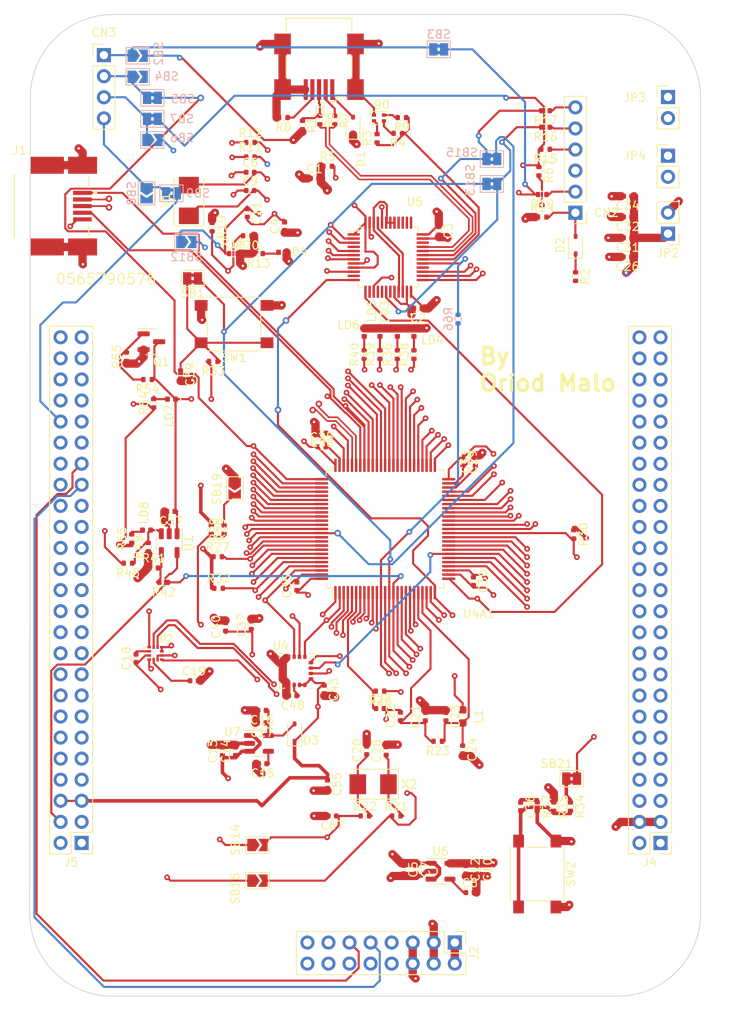
<source format=kicad_pcb>
(kicad_pcb (version 20221018) (generator pcbnew)
  (layers (0 "F.Cu" signal) (1 "In1.Cu" power "GND.Cu") (2 "In2.Cu" signal "Sig1.Cu") (3 "In3.Cu" signal "Sig2.Cu") (4 "In4.Cu" mixed "Power.Cu") (31 "B.Cu" signal) (34 "B.Paste" user) (35 "F.Paste" user) (36 "B.SilkS" user "B.Silkscreen") (37 "F.SilkS" user "F.Silkscreen") (38 "B.Mask" user) (39 "F.Mask" user) (44 "Edge.Cuts" user))
  (net 0 "")
  (net 1 "+3V0")
  (net 2 "GND")
  (net 3 "+5V")
  (net 4 "/ST-LINK V2/OSC_IN")
  (net 5 "Net-(U6-BYP)")
  (net 6 "/ST-LINK V2/OSC_OUT")
  (net 7 "+2V5")
  (net 8 "/ST-LINK V2/STM_RST")
  (net 9 "Net-(U7-BYP)")
  (net 10 "Net-(D3-A)")
  (net 11 "Net-(C20-Pad1)")
  (net 12 "Net-(U4A1-VREF+)")
  (net 13 "Net-(U4A1-VDDA)")
  (net 14 "VDD")
  (net 15 "Net-(U4A1-VBAT)")
  (net 16 "Net-(C28-Pad1)")
  (net 17 "Net-(U4A1-VCAP1)")
  (net 18 "Net-(C36-Pad1)")
  (net 19 "Net-(C36-Pad2)")
  (net 20 "Net-(U4A1-VCAP2)")
  (net 21 "Net-(SB1-B)")
  (net 22 "Net-(U4-RES(CAP))")
  (net 23 "/PA9")
  (net 24 "/MCO")
  (net 25 "Net-(CN2-Pin_1)")
  (net 26 "Net-(CN2-Pin_2)")
  (net 27 "Net-(CN2-Pin_4)")
  (net 28 "Net-(CN2-Pin_5)")
  (net 29 "Net-(CN2-Pin_6)")
  (net 30 "Net-(CN3-Pin_1)")
  (net 31 "Net-(CN3-Pin_2)")
  (net 32 "Net-(CN3-Pin_3)")
  (net 33 "Net-(CN3-Pin_4)")
  (net 34 "Net-(D1-A)")
  (net 35 "Net-(D2-K)")
  (net 36 "Net-(D4-A)")
  (net 37 "/ST-LINK V2/LED_B")
  (net 38 "/ST-LINK V2/LED_R")
  (net 39 "/PA4")
  (net 40 "/PB10")
  (net 41 "/PC12")
  (net 42 "/PC3")
  (net 43 "/PC10")
  (net 44 "/PC4")
  (net 45 "/PD4")
  (net 46 "/PB6")
  (net 47 "/PC7")
  (net 48 "/PB9")
  (net 49 "Net-(J3-D-)")
  (net 50 "Net-(J3-D+)")
  (net 51 "Net-(J3-ID)")
  (net 52 "/NRST")
  (net 55 "/PHO")
  (net 56 "/PH1")
  (net 57 "Net-(LD3-A)")
  (net 58 "Net-(LD4-A)")
  (net 59 "Net-(LD5-A)")
  (net 60 "Net-(LD6-A)")
  (net 61 "Net-(LD7-A)")
  (net 62 "Net-(LD8-K)")
  (net 63 "Net-(LD8-A)")
  (net 64 "Net-(Q1-B)")
  (net 65 "/ST-LINK V2/AIN_1")
  (net 66 "/ST-LINK V2/LED_STLINK")
  (net 67 "/ST-LINK V2/LED_G")
  (net 68 "Net-(U5-BOOT0)")
  (net 69 "/ST-LINK V2/USB_DP")
  (net 70 "/ST-LINK V2/T_JTCK")
  (net 71 "Net-(U5-PC14)")
  (net 72 "Net-(U5-PC13)")
  (net 73 "/ST-LINK V2/T_JTMS")
  (net 74 "/ST-LINK V2/T_NRST")
  (net 75 "/ST-LINK V2/T_SWO")
  (net 76 "Net-(U5-PA0)")
  (net 77 "/STM32 Discovery MCU/PH1-OSC_OUT")
  (net 78 "/BOOT0")
  (net 79 "Net-(SB19-B)")
  (net 80 "/PB2")
  (net 81 "Net-(SB21-B)")
  (net 82 "/PD13")
  (net 83 "/PD12")
  (net 84 "/PD14")
  (net 85 "/PD15")
  (net 86 "Net-(U1-EN)")
  (net 87 "/PC0")
  (net 88 "/PD5")
  (net 89 "/OTG_FS_DN")
  (net 90 "/PA10")
  (net 91 "/OTG_FS_DP")
  (net 92 "Net-(U5-PA8)")
  (net 93 "/ST-LINK V2/T_SWDIO_IN")
  (net 94 "/ST-LINK V2/STM_JTCK")
  (net 95 "/ST-LINK V2/STM_JTMS")
  (net 96 "/PA0")
  (net 97 "/PE5")
  (net 98 "/PE4")
  (net 99 "/PE2")
  (net 100 "/PA5")
  (net 101 "/PA7")
  (net 102 "/PA6")
  (net 103 "/PE3")
  (net 104 "/PE0")
  (net 105 "/PE1")
  (net 106 "/PE6")
  (net 107 "/PC13")
  (net 108 "/PC14")
  (net 109 "/PC15")
  (net 110 "/PC1")
  (net 111 "/PC2")
  (net 112 "/PA1")
  (net 113 "/PA2")
  (net 114 "/PA3")
  (net 115 "/PC5")
  (net 116 "/PB0")
  (net 117 "/PB1")
  (net 118 "/PE7")
  (net 119 "/PE8")
  (net 120 "/PE9")
  (net 121 "/PE10")
  (net 122 "/PE11")
  (net 123 "/PE12")
  (net 124 "/PE13")
  (net 125 "/PE14")
  (net 126 "/PE15")
  (net 127 "/PB12")
  (net 128 "/PB13")
  (net 129 "/PB14")
  (net 130 "/PB15")
  (net 131 "/PD8")
  (net 132 "/PD9")
  (net 133 "/PD10")
  (net 134 "/PD11")
  (net 135 "/PC6")
  (net 136 "/PC8")
  (net 137 "/PC9")
  (net 138 "/PA8")
  (net 139 "/PA13")
  (net 140 "/PA14")
  (net 141 "/PA15")
  (net 142 "/PC11")
  (net 143 "/PD0")
  (net 144 "/PD1")
  (net 145 "/PD2")
  (net 146 "/PD3")
  (net 147 "/PD6")
  (net 148 "/PD7")
  (net 149 "/PB3")
  (net 150 "/PB4")
  (net 151 "/PB5")
  (net 152 "/PB7")
  (net 153 "/PB8")
  (net 157 "/ST-LINK V2/T_JTDO")
  (net 158 "/ST-LINK V2/T_JTDI")
  (net 160 "/ST-LINK V2/SWIM_IN")
  (net 161 "/ST-LINK V2/SWIM")
  (net 168 "Net-(U2-CS_XL)")
  (net 169 "Net-(U2-CS_MAG)")
  (net 170 "Net-(U2-C1)")
  (net 171 "/ST-LINK V2/USB_DN")
  (footprint "Package_TO_SOT_SMD:SOT-23-5" (layer "F.Cu") (at 47.65 101.45)
    (fp_text reference "U7")
    (fp_text value "LD3985M33R_SOT23")
  )
  (footprint "Resistor_SMD:R_0402_1005Metric" (layer "F.Cu") (at 36.15 82.0375 180)
    (fp_text reference "R42")
    (fp_text value "0")
  )
  (footprint "LED_SMD:LED_0402_1005Metric" (layer "F.Cu") (at 66.35 51.9 -90)
    (fp_text reference "LD4")
    (fp_text value "LED, green")
  )
  (footprint "LED_SMD:LED_0402_1005Metric" (layer "F.Cu") (at 37.1075 59.95 180)
    (fp_text reference "LD7")
    (fp_text value "LED,green")
  )
  (footprint "Capacitor_SMD:C_0402_1005Metric" (layer "F.Cu") (at 70.21 98.225 -90)
    (fp_text reference "C23")
    (fp_text value "100nF")
  )
  (footprint "Resistor_SMD:R_0402_1005Metric" (layer "F.Cu") (at 44.56 42.4)
    (fp_text reference "R18")
    (fp_text value "100k")
  )
  (footprint "Resistor_SMD:R_0402_1005Metric" (layer "F.Cu") (at 81.425 32.475 -90)
    (fp_text reference "R67")
    (fp_text value "100")
  )
  (footprint "Inductor_SMD:L_0603_1608Metric" (layer "F.Cu") (at 72.225 98.2 -90)
    (fp_text reference "L1")
    (fp_text value "Ferrite")
  )
  (footprint "Resistor_SMD:R_0402_1005Metric" (layer "F.Cu") (at 43.45 75.675 90)
    (fp_text reference "R28")
    (fp_text value "510")
  )
  (footprint "Capacitor_SMD:C_0402_1005Metric" (layer "F.Cu") (at 65.107 116.663 -90)
    (fp_text reference "C5")
    (fp_text value "1u")
  )
  (footprint "Capacitor_SMD:C_0402_1005Metric" (layer "F.Cu") (at 52.225 82.5 90)
    (fp_text reference "C35")
    (fp_text value "100nF")
  )
  (footprint "Capacitor_SMD:C_0402_1005Metric" (layer "F.Cu") (at 60.65 102.3 90)
    (fp_text reference "C20")
    (fp_text value "20pF")
  )
  (footprint "Package_TO_SOT_SMD:SOT-23" (layer "F.Cu") (at 34.675 53.025)
    (fp_text reference "Q1")
    (fp_text value "S9013")
  )
  (footprint "Connector_PinHeader_2.54mm:PinHeader_1x06_P2.54mm_Vertical" (layer "F.Cu") (at 85.825 37.475 180)
    (fp_text reference "CN2")
    (fp_text value "Conn_01x06_Male")
  )
  (footprint "Capacitor_SMD:C_0402_1005Metric" (layer "F.Cu") (at 48 98.975 180)
    (fp_text reference "C17")
    (fp_text value "100n")
  )
  (footprint "Resistor_SMD:R_0402_1005Metric" (layer "F.Cu") (at 83.225 109.075 -90)
    (fp_text reference "R35")
    (fp_text value "100")
  )
  (footprint "Resistor_SMD:R_0402_1005Metric" (layer "F.Cu") (at 85.625 76.25 -90)
    (fp_text reference "R30")
    (fp_text value "10k")
  )
  (footprint "Capacitor_SMD:C_0402_1005Metric" (layer "F.Cu") (at 92.1 42.8 180)
    (fp_text reference "C26")
    (fp_text value "100nF")
  )
  (footprint "Resistor_SMD:R_0402_1005Metric" (layer "F.Cu") (at 69.225 101.2 180)
    (fp_text reference "R23")
    (fp_text value "47")
  )
  (footprint "Capacitor_SMD:C_0402_1005Metric" (layer "F.Cu") (at 72.25 67.5 -90)
    (fp_text reference "C29")
    (fp_text value "100nF")
  )
  (footprint "Capacitor_SMD:C_0402_1005Metric" (layer "F.Cu") (at 51.725 95.7 180)
    (fp_text reference "C48")
    (fp_text value "10nF")
  )
  (footprint "Resistor_SMD:R_0402_1005Metric" (layer "F.Cu") (at 82.225 29.825 180)
    (fp_text reference "R15")
    (fp_text value "22")
  )
  (footprint "Package_TO_SOT_SMD:SOT-23-5" (layer "F.Cu") (at 36.825 77.3125 -90)
    (fp_text reference "U1")
    (fp_text value "STMPS2141STR")
  )
  (footprint "Crystal:Crystal_SMD_5032-2Pin_5.0x3.2mm" (layer "F.Cu") (at 39.2 36 90)
    (fp_text reference "X1")
    (fp_text value "8MHz")
  )
  (footprint "Button_Switch_SMD:SW_Push_1P1T_NO_6x6mm_H9.5mm" (layer "F.Cu") (at 44.65 50.9 180)
    (fp_text reference "SW1")
    (fp_text value "SW_Push")
  )
  (footprint "Connector_PinHeader_2.54mm:PinHeader_2x25_P2.54mm_Vertical" (layer "F.Cu") (at 96.095 113.46 180)
    (fp_text reference "J4")
    (fp_text value "Conn_02x25_Odd_Even")
  )
  (footprint "LED_SMD:LED_LiteOn_LTST-C295K_1.6x0.8mm" (layer "F.Cu") (at 62.13 26.05 180)
    (fp_text reference "D6")
    (fp_text value "LED_BRGA")
  )
  (footprint "Capacitor_SMD:C_0402_1005Metric" (layer "F.Cu") (at 79.225 109.055 -90)
    (fp_text reference "C36")
    (fp_text value "100nf")
  )
  (footprint "Capacitor_SMD:C_0402_1005Metric" (layer "F.Cu") (at 46.6 32.6)
    (fp_text reference "C6")
    (fp_text value "20p")
  )
  (footprint "Resistor_SMD:R_0402_1005Metric" (layer "F.Cu") (at 82.225 25.175 180)
    (fp_text reference "R17")
    (fp_text value "22")
  )
  (footprint "Resistor_SMD:R_0402_1005Metric" (layer "F.Cu") (at 82.225 27.165 180)
    (fp_text reference "R16")
    (fp_text value "22")
  )
  (footprint "Resistor_SMD:R_0402_1005Metric" (layer "F.Cu") (at 47.6 42.4 180)
    (fp_text reference "R13")
    (fp_text value "1k")
  )
  (footprint "Resistor_SMD:R_0402_1005Metric" (layer "F.Cu") (at 42.775 82.75)
    (fp_text reference "R32")
    (fp_text value "4k7")
  )
  (footprint "Resistor_SMD:R_0402_1005Metric" (layer "F.Cu") (at 66.35 54.575 90)
    (fp_text reference "R38")
    (fp_text value "330")
  )
  (footprint "Connector_USB:USB_Mini-B_Wuerth_65100516121_Horizontal" (layer "F.Cu") (at 54.9 20.025 180)
    (fp_text reference "J3")
    (fp_text value "USB_B_Mini")
  )
  (footprint "Connector_PinHeader_2.54mm:PinHeader_1x02_P2.54mm_Vertical" (layer "F.Cu") (at 97 30.6)
    (fp_text reference "JP4")
    (fp_text value "pin jumper 2.54 1x02")
  )
  (footprint "Capacitor_SMD:C_0402_1005Metric" (layer "F.Cu") (at 48.025 97.475 180)
    (fp_text reference "C16")
    (fp_text value "1u")
  )
  (footprint "Resistor_SMD:R_0402_1005Metric" (layer "F.Cu") (at 64.4 27.9 180)
    (fp_text reference "R4")
    (fp_text value "100")
  )
  (footprint "Capacitor_SMD:C_0402_1005Metric" (layer "F.Cu") (at 66.607 116.663 -90)
    (fp_text reference "C7")
    (fp_text value "100n")
  )
  (footprint "Capacitor_SMD:C_0402_1005Metric" (layer "F.Cu") (at 54.3625 33.3425)
    (fp_text reference "C1")
    (fp_text value "100n")
  )
  (footprint "LED_SMD:LED_0402_1005Metric" (layer "F.Cu") (at 60.35 51.9 -90)
    (fp_text reference "LD6")
    (fp_text value "LED, blue")
  )
  (footprint "Capacitor_SMD:C_0402_1005Metric" (layer "F.Cu") (at 39.825 93.9)
    (fp_text reference "C19")
    (fp_text value "4.7uF")
  )
  (footprint "Capacitor_SMD:C_0402_1005Metric" (layer "F.Cu") (at 50.75 39.1 90)
    (fp_text reference "C4")
    (fp_text value "100n")
  )
  (footprint "Resistor_SMD:R_0402_1005Metric" (layer "F.Cu") (at 60.425 110.2)
    (fp_text reference "R22")
    (fp_text value "0")
  )
  (footprint "Resistor_SMD:R_0402_1005Metric" (layer "F.Cu") (at 85.85 45.175 -90)
    (fp_text reference "R2")
    (fp_text value "0")
  )
  (footprint "Crystal:Crystal_SMD_5032-2Pin_5.0x3.2mm" (layer "F.Cu") (at 61.425 106.375 180)
    (fp_text reference "X2")
    (fp_text value "8MHz")
  )
  (footprint "Capacitor_SMD:C_0402_1005Metric" (layer "F.Cu") (at 73.107 119.438)
    (fp_text reference "C8")
    (fp_text value "10n")
  )
  (footprint "Capacitor_SMD:C_0402_1005Metric" (layer "F.Cu") (at 48.1 103.9 180)
    (fp_text reference "C15")
    (fp_text value "10n")
  )
  (footprint "Capacitor_SMD:C_0402_1005Metric" (layer "F.Cu") (at 62.25 97.25)
    (fp_text reference "C27")
    (fp_text value "1uF")
  )
  (footprint "Connector_PinHeader_2.54mm:PinHeader_1x04_P2.54mm_Vertical" (layer "F.Cu") (at 28.95 18.475)
    (fp_text reference "CN3")
    (fp_text value "Conn_01x04_Male")
  )
  (footprint "Resistor_SMD:R_0402_1005Metric" (layer "F.Cu") (at 32.3 76.7625 90)
    (fp_text reference "R65")
    (fp_text value "620")
  )
  (footprint "LED_SMD:LED_0402_1005Metric" (layer "F.Cu") (at 34.1 75.7375 180)
    (fp_text reference "LD8")
    (fp_text value "LED,red")
  )
  (footprint "Resistor_SMD:R_0402_1005Metric" (layer "F.Cu") (at 42.15 55.4 180)
    (fp_text reference "R33")
    (fp_text value "0")
  )
  (footprint "LED_SMD:LED_0402_1005Metric" (layer "F.Cu") (at 50.5 42.25 180)
    (fp_text reference "D4")
    (fp_text value "LED, red")
  )
  (footprint "Capacitor_SMD:C_0402_1005Metric" (layer "F.Cu") (at 92.125 35.48 180)
    (fp_text reference "C34")
    (fp_text value "100nF")
  )
  (footprint "Package_QFP:LQFP-100_14x14mm_P0.5mm" (layer "F.Cu") (at 62.875 75.6 90)
    (fp_text reference "U4A1")
    (fp_text value "STM32F411VET6")
  )
  (footprint "Resistor_SMD:R_0402_1005Metric" (layer "F.Cu") (at 81.825 35.275 180)
    (fp_text reference "R10")
    (fp_text value "22")
  )
  (footprint "Diode_SMD:D_SOD-323" (layer "F.Cu") (at 59 27 90)
    (fp_text reference "D1")
    (fp_text value "BAT60JFILM")
  )
  (footprint "Connector_PinHeader_2.54mm:PinHeader_2x25_P2.54mm_Vertical" (layer "F.Cu") (at 26.2625 113.45 180)
    (fp_text reference "J5")
    (fp_text value "Conn_02x25_Odd_Even")
  )
  (footprint "Diode_SMD:D_SOD-323" (layer "F.Cu") (at 85.85 41.375 90)
    (fp_text reference "D2")
    (fp_text value "BAT60JFILM")
  )
  (footprint "Capacitor_SMD:C_0402_1005Metric" (layer "F.Cu") (at 55.25 64.05 180)
    (fp_text reference "C38")
    (fp_text value "2.2uF")
  )
  (footprint "Resistor_SMD:R_0402_1005Metric" (layer "F.Cu") (at 52.9 26.9 -90)
    (fp_text reference "R1")
    (fp_text value "1k5")
  )
  (footprint "Resistor_SMD:R_0402_1005Metric" (layer "F.Cu") (at 62.25 95.15 180)
    (fp_text reference "R26")
    (fp_text value "0")
  )
  (footprint "Capacitor_SMD:C_0402_1005Metric" (layer "F.Cu") (at 44.825 102.4 90)
    (fp_text reference "C14")
    (fp_text value "100n")
  )
  (footprint "Capacitor_SMD:C_0402_1005Metric" (layer "F.Cu") (at 64.725 98.2 90)
    (fp_text reference "C22")
    (fp_text value "1uF")
  )
  (footprint "Capacitor_SMD:C_0402_1005Metric" (layer "F.Cu") (at 56.5 110.2 180)
    (fp_text reference "C67")
    (fp_text value "20p")
  )
  (footprint "Resistor_SMD:R_0402_1005Metric" (layer "F.Cu") (at 34.95 80.3)
    (fp_text reference "R41")
    (fp_text value "10k")
  )
  (footprint "Capacitor_SMD:C_0402_1005Metric" (layer "F.Cu") (at 55.225 65.7)
    (fp_text reference "C25")
    (fp_text value "100nF")
  )
  (footprint "Resistor_SMD:R_0402_1005Metric" (layer "F.Cu") (at 81.825 38)
    (fp_text reference "R14")
    (fp_text value "10k")
  )
  (footprint "Capacitor_SMD:C_0402_1005Metric" (layer "F.Cu") (at 74.107 116.688 -90)
    (fp_text reference "C10")
    (fp_text value "1u")
  )
  (footprint "Capacitor_SMD:C_0402_1005Metric" (layer "F.Cu") (at 43.625 87.4 90)
    (fp_text reference "C40")
    (fp_text value "10uF")
  )
  (footprint "Connector_PinHeader_2.54mm:PinHeader_1x02_P2.54mm_Vertical" (layer "F.Cu") (at 97 23.525)
    (fp_text reference "JP3")
    (fp_text value "pin jumper 2.54 1x02")
  )
  (footprint "Resistor_SMD:R_0402_1005Metric" (layer "F.Cu") (at 46.625 29)
    (fp_text reference "R12")
    (fp_text value "10k")
  )
  (footprint "Package_TO_SOT_SMD:SOT-23-5" (layer "F.Cu") (at 69.557 116.863)
    (fp_text reference "U6")
    (fp_text value "LD3985M25R_SOT23")
  )
  (footprint "Resistor_SMD:R_0402_1005Metric" (layer "F.Cu") (at 34.215 57.585 180)
    (fp_text reference "R54")
    (fp_text value "47k")
  )
  (footprint "Capacitor_SMD:C_0402_1005Metric" (layer "F.Cu") (at 46.725 87.2 90)
    (fp_text reference "C37")
    (fp_text value "100nF")
  )
  (footprint "Capacitor_SMD:C_0402_1005Metric" (layer "F.Cu") (at 69.35 39.65 -90)
    (fp_text reference "C3")
    (fp_text value "100n")
  )
  (footprint "Resistor_SMD:R_0402_1005Metric" (layer "F.Cu") (at 34.3 77.7875 90)
    (fp_text reference "R49")
    (fp_text value "47k")
  )
  (footprint "Capacitor_SMD:C_0402_1005Metric" (layer "F.Cu") (at 72.225 102.2 -90)
    (fp_text reference "C24")
    (fp_text value "1uF")
  )
  (footprint "Capacitor_SMD:C_0402_1005Metric" (layer "F.Cu") (at 55.925 106.375 -90)
    (fp_text reference "C55")
    (fp_text value "100nF")
  )
  (footprint "Resistor_SMD:R_0402_1005Metric" (layer "F.Cu") (at 85.225 109.075 -90)
    (fp_text reference "R34")
    (fp_text value "330")
  )
  (footprint "Capacitor_SMD:C_0402_1005Metric" (layer "F.Cu") (at 67.725 98.225 90)
    (fp_text reference "C21")
    (fp_text value "100nF")
  )
  (footprint "Resistor_SMD:R_0402_1005Metric" (layer "F.Cu") (at 41.9 75.675 -90)
    (fp_text reference "R29")
    (fp_text value "0")
  )
  (footprint "Resistor_SMD:R_0402_1005Metric" (layer "F.Cu") (at 34.95 60.45 90)
    (fp_text reference "R64")
    (fp_text value "330")
  )
  (footprint "Diode_SMD:D_SOD-323" (layer "F.Cu") (at 51.95 100.15 90)
    (fp_text reference "D3")
    (fp_text value "BAT60JFILM")
  )
  (footprint "Resistor_SMD:R_0402_1005Metric" (layer "F.Cu") (at 62.25 54.575 90)
    (fp_text reference "R39")
    (fp_text value "1k")
  )
  (footprint "Package_LGA:LGA-16_4x4mm_P0.65mm_LayoutBorder4x4y" (layer "F.Cu") (at 52.225 92.7 180)
    (fp_text reference "U4")
    (fp_text value "L3GD20")
  )
  (footprint "Resistor_SMD:R_0402_1005Metric" (layer "F.Cu") (at 31.85 79.725 180)
    (fp_text reference "R48")
    (fp_text value "0")
  )
  (footprint "LED_SMD:LED_0402_1005Metric" (layer "F.Cu") (at 62.25 51.9 -90)
    (fp_text reference "LD5")
    (fp_text value "LED, red")
  )
  (footprint "Capacitor_SMD:C_0402_1005Metric" (layer "F.Cu") (at 46.6 34.8)
    (fp_text reference "C9")
    (fp_text value "20p")
  )
  (footprint "STM32 Discovery:LGA12R50P_200X200X100" (layer "F.Cu") (at 35.175 90.6)
    (fp_text reference "U2")
    (fp_text value "LSM303AGRTR")
  )
  (footprint "Resistor_SMD:R_0402_1005Metric" (layer "F.Cu") (at 60.35 54.575 90)
    (fp_text reference "R40")
    (fp_text value "510")
  )
  (footprint "Resistor_SMD:R_0402_1005Metric" (layer "F.Cu") (at 42.675 78.95)
    (fp_text reference "R27")
    (fp_text value "4k7")
  )
  (footprint "Resistor_SMD:R_0402_1005Metric" (layer "F.Cu") (at 55.9375 31.8675)
    (fp_text reference "R5")
    (fp_text value "100k")
  )
  (footprint "Resistor_SMD:R_0402_1005Metric" (layer "F.Cu") (at 46.25 40.25 180)
    (fp_text reference "R20")
    (fp_text value "4k7")
  )
  (footprint "Connector_PinHeader_2.54mm:PinHeader_1x02_P2.54mm_Vertical" (layer "F.Cu") (at 97 40 180)
    (fp_text reference "JP2")
    (fp_text value "pin jumper 2.54 1x02")
  )
  (footprint "Jumper:SolderJumper-2_P1.3mm_Open_TrianglePad1.0x1.5mm" (layer "F.Cu") (at 44.725 70.7 -90)
    (fp_text reference "SB19")
    (fp_text value "SolderJumper_2_Open")
  )
  (footprint "Resistor_SMD:R_0402_1005Metric" (layer "F.Cu") (at 50.6 26 180)
    (fp_text reference "R8")
    (fp_text value "100k")
  )
  (footprint "Capacitor_SMD:C_0402_1005Metric" (layer "F.Cu") (at 38.2 56.99 -90)
    (fp_text reference "C39")
    (fp_text value "100nf")
  )
  (footprint "Capacitor_SMD:C_0402_1005Metric" (layer "F.Cu") (at 32.825 91.2 90)
    (fp_text reference "C18")
    (fp_text value "220nF")
  )
  (footprint "Resistor_SMD:R_0402_1005Metric" (layer "F.Cu") (at 64.9 26 180)
    (fp_text reference "R9")
    (fp_text value "100")
  )
  (footprint "Resistor_SMD:R_0402_1005Metric" (layer "F.Cu") (at 55 26.3 -90)
    (fp_text reference "R6")
    (fp_text value "0")
  )
  (footprint "Jumper:SolderJumper-2_P1.3mm_Open_TrianglePad1.0x1.5mm" (layer "F.Cu") (at 47.475 113.7)
    (fp_text reference "SB14")
    (fp_text value "SolderJumper_2_Open")
  )
  (footprint "Resistor_SMD:R_0402_1005Metric" (layer "F.Cu") (at 64.225 110.2)
    (fp_text reference "R21")
    (fp_text value "220")
  )
  (footprint "Capacitor_SMD:C_0402_1005Metric" (layer "F.Cu") (at 66.825 49.0125 180)
    (fp_text reference "C2")
    (fp_text value "100n")
  )
  (footprint "Jumper:SolderJumper-2_P1.3mm_Bridged2Bar_Pad1.0x1.5mm" (layer "F.Cu") (at 85.375 105.7 180)
    (fp_text reference "SB21")
    (fp_text value "SolderJumper_2_Bridged")
  )
  (footprint "Package_QFP:LQFP-48_7x7mm_P0.5mm" (layer "F.Cu") (at 63.25 42.8375)
    (fp_text reference "U5")
    (fp_text value "STM32F103C8T6")
  )
  (footprint "STM32 Discovery:Molex-0565790576-0" (layer "F.Cu") (at 22.624999 36.675)
    (fp_text reference "J1")
    (fp_text value "0565790576")
  )
  (footprint "Jumper:SolderJumper-2_P1.3mm_Open_TrianglePad1.0x1.5mm" (layer "F.Cu") (at 47.475 118)
    (fp_text reference "SB16")
    (fp_text value "SolderJumper_2_Open")
  )
  (footprint "Resistor_SMD:R_0402_1005Metric" (layer "F.Cu") (at 61.9 28.5 90)
    (fp_text reference "R3")
    (fp_text value "100")
  )
  (footprint "Connector_PinHeader_2.54mm:PinHeader_2x08_P2.54mm_Vertical" (layer "F.Cu") (at 71.28 125.46 -90)
    (fp_text reference "J2")
    (fp_text value "Conn_02x08_Odd_Even")
  )
  (footprint "Capacitor_SMD:C_0402_1005Metric" (layer "F.Cu") (at 46.25 37.5 -90)
    (fp_text reference "C11")
    (fp_text value "100nF")
  )
  (footprint "Capacitor_SMD:C_0402_1005Metric" (layer "F.Cu") (at 73.525 81.9 -90)
    (fp_text reference "C30")
    (fp_text value "100nF")
  )
  (footprint "Button_Switch_SMD:SW_Push_1P1T_NO_6x6mm_H9.5mm" (layer "F.Cu") (at 81.225 117.2 -90)
    (fp_text reference "SW2")
    (fp_text value "SW_Push")
  )
  (footprint "Jumper:SolderJumper-2_P1.3mm_Bridged2Bar_Pad1.0x1.5mm" (layer "F.Cu") (at 39.65 45.4 180)
    (fp_text reference "SB1")
    (fp_text value "SolderJumper_2_Bridged")
  )
  (footprint "Resistor_SMD:R_0402_1005Metric" (layer "F.Cu") (at 46.625 30.75)
    (fp_text reference "R11")
    (fp_text value "0")
  )
  (footprint "Capacitor_SMD:C_0402_1005Metric" (layer "F.Cu") (at 72.607 116.688 -90)
    (fp_text reference "C12")
    (fp_text value "100n")
  )
  (footprint "Resistor_SMD:R_0402_1005Metric" (layer "F.Cu") (at 42 39.2 -90)
    (fp_text reference "R19")
    (fp_text value "4k7")
  )
  (footprint "Resistor_SMD:R_0402_1005Metric" (layer "F.Cu") (at 31.665 54.835 90)
    (fp_text reference "R55")
    (fp_text value "0")
  )
  (footprint "Resistor_SMD:R_0402_1005Metric" (layer "F.Cu") (at 81.225 109.075 -90)
    (fp_text reference "R37")
    (fp_text value "100")
  )
  (footprint "Capacitor_SMD:C_0402_1005Metric" (layer "F.Cu") (at 43.25 102.4 90)
    (fp_text reference "C13")
    (fp_text value "1u")
  )
  (footprint "LED_SMD:LED_0402_1005Metric" (layer "F.Cu") (at 64.35 51.9 -90)
    (fp_text reference "LD3")
    (fp_text value "LED, orange")
  )
  (footprint "Capacitor_SMD:C_0402_1005Metric" (layer "F.Cu") (at 55.525 94.95 -90)
    (fp_text reference "C43")
    (fp_text value "10uF")
  )
  (footprint "Resistor_SMD:R_0402_1005Metric" (layer "F.Cu") (at 56.8 26.3 -90)
    (fp_text reference "R7")
    (fp_text value "0")
  )
  (footprint "Capacitor_SMD:C_0402_1005Metric" (layer "F.Cu") (at 63 102.375 90)
    (fp_text reference "C28")
    (fp_text value "20pF")
  )
  (footprint "Capacitor_SMD:C_0402_1005Metric" (layer "F.Cu") (at 37.025 73.4875 180)
    (fp_text reference "C57")
    (fp_text value "4.7uF")
  )
  (footprint "Capacitor_SMD:C_0402_1005Metric" (layer "F.Cu") (at 92.125 37.99 180)
    (fp_text reference "C32")
    (fp_text value "100nF")
  )
  (footprint "Capacitor_SMD:C_0402_1005Metric" (layer "F.Cu") (at 92.125 40.5 180)
    (fp_text reference "C31")
    (fp_text value "100nF")
  )
  (footprint "Capacitor_SMD:C_0402_1005Metric" (layer "F.Cu") (at 73.75 67.5 90)
    (fp_text reference "C33")
    (fp_text value "2.2uF")
  )
  (footprint "Resistor_SMD:R_0402_1005Metric" (layer "F.Cu") (at 64.35 54.575 90)
    (fp_text reference "R36")
    (fp_text value "1k")
  )
  (footprint "Jumper:SolderJumper-2_P1.3mm_Open_TrianglePad1.0x1.5mm" (layer "B.Cu") (at 33.02 18.542)
    (fp_text reference "SB2")
    (fp_text value "SolderJumper_2_Open")
  )
  (footprint "Jumper:SolderJumper-2_P1.3mm_Open_TrianglePad1.0x1.5mm" (layer "B.Cu") (at 34.1 35.125 -90)
    (fp_text reference "SB8")
    (fp_text value "SolderJumper_2_Open")
  )
  (footprint "Jumper:SolderJumper-2_P1.3mm_Open_TrianglePad1.0x1.5mm" (layer "B.Cu") (at 38.9 41)
    (fp_text reference "SB12")
    (fp_text value "SolderJumper_2_Open")
  )
  (footprint "Jumper:SolderJumper-2_P1.3mm_Bridged2Bar_Pad1.0x1.5mm" (layer "B.Cu") (at 75.75 34 180)
    (fp_text reference "SB13")
    (fp_text value "SolderJumper_2_Bridged")
  )
  (footprint "Jumper:SolderJumper-2_P1.3mm_Bridged2Bar_Pad1.0x1.5mm" (layer "B.Cu") (at 34.798 23.622 180)
    (fp_text reference "SB5")
    (fp_text value "SolderJumper_2_Bridged")
  )
  (footprint "Jumper:SolderJumper-2_P1.3mm_Open_TrianglePad1.0x1.5mm" (layer "B.Cu") (at 34.798 28.702)
    (fp_text reference "SB6")
    (fp_text value "SolderJumper_2_Open")
  )
  (footprint "Jumper:SolderJumper-2_P1.3mm_Open_TrianglePad1.0x1.5mm" (layer "B.Cu") (at 33.02 21.082)
    (fp_text reference "SB4")
    (fp_text value "SolderJumper_2_Open")
  )
  (footprint "Jumper:SolderJumper-2_P1.3mm_Bridged2Bar_Pad1.0x1.5mm" (layer "B.Cu") (at 37.1 35.125 180)
    (fp_text reference "SB9")
    (fp_text value "SolderJumper_2_Bridged")
  )
  (footprint "Jumper:SolderJumper-2_P1.3mm_Bridged2Bar_Pad1.0x1.5mm" (layer "B.Cu") (at 75.75 31)
    (fp_text reference "SB15")
    (fp_text value "SolderJumper_2_Bridged")
  )
  (footprint "Jumper:SolderJumper-2_P1.3mm_Bridged2Bar_Pad1.0x1.5mm" (layer "B.Cu") (at 34.798 26.162 180)
    (fp_text reference "SB7")
    (fp_text value "SolderJumper_2_Bridged")
  )
  (footprint "Jumper:SolderJumper-2_P1.3mm_Bridged2Bar_Pad1.0x1.5mm" (layer "B.Cu") (at 69.342 17.78 180)
    (fp_text reference "SB3")
    (fp_text value "SolderJumper_2_Bridged")
  )
  (footprint "Resistor_SMD:R_0402_1005Metric" (layer "B.Cu") (at 71.675 50.292 -90)
    (fp_text reference "R66")
    (fp_text value "100")
  )
  (gr_line (start 90.928932 13.571068) (end 30.071068 13.571068) (stroke (width 0.1)) (layer "Edge.Cuts"))
  (gr_arc (start 20.071068 23.571068) (mid 23 16.5) (end 30.071068 13.571068) (stroke (width 0.1)) (layer "Edge.Cuts"))
  (gr_arc (start 90.928932 13.571068) (mid 98 16.5) (end 100.928932 23.571068) (stroke (width 0.1)) (layer "Edge.Cuts"))
  (gr_arc (start 30 131.928932) (mid 22.928932 129) (end 20 121.928932) (stroke (width 0.1)) (layer "Edge.Cuts"))
  (gr_line (start 90.928932 131.928932) (end 30 131.928932) (stroke (width 0.1)) (layer "Edge.Cuts"))
  (gr_arc (start 100.928932 121.928932) (mid 97.999999 128.999999) (end 90.928932 131.928932) (stroke (width 0.1)) (layer "Edge.Cuts"))
  (gr_line (start 20 121.928932) (end 20.071068 23.571068) (stroke (width 0.1)) (layer "Edge.Cuts"))
  (gr_line (start 100.928932 23.571068) (end 100.928932 121.928932) (stroke (width 0.1)) (layer "Edge.Cuts"))
  (gr_text "By \nOriod Malo" (at 74.05 59.18) (layer "F.SilkS") (effects (font (size 2 2) (thickness 0.4) bold) (justify left bottom)))
  (segment (start 23.71 108.38) (end 26.25 108.38) (width 0.254) (layer "F.Cu") (net 1))
  (segment (start 60.5 38.675) (end 60.5 37.894) (width 0.254) (layer "F.Cu") (net 1))
  (segment (start 51.95 101.2) (end 51.95 103.258) (width 0.4318) (layer "F.Cu") (net 1))
  (segment (start 52.985978 33.3425) (end 52.493739 32.850261) (width 1) (layer "F.Cu") (net 1))
  (segment (start 52.55 94.4) (end 53.2 94.4) (width 0.254) (layer "F.Cu") (net 1))
  (segment (start 68.1375 40.0875) (end 69.35 38.875) (width 0.254) (layer "F.Cu") (net 1))
  (segment (start 52.321 39.875) (end 52.324 39.878) (width 1) (layer "F.Cu") (net 1))
  (segment (start 47.075 42.1) (end 46.775 42.4) (width 1) (layer "F.Cu") (net 1))
  (segment (start 54.771 94.929) (end 54.771 97.028) (width 0.254) (layer "F.Cu") (net 1))
  (segment (start 61.468 42.164) (end 61.976 42.672) (width 0.254) (layer "F.Cu") (net 1))
  (segment (start 55.525 94.175) (end 54.425 94.175) (width 0.254) (layer "F.Cu") (net 1))
  (segment (start 45.385 42.4) (end 45.385 43.5515) (width 1) (layer "F.Cu") (net 1))
  (segment (start 54.771 97.028) (end 54.771 98.379) (width 0.254) (layer "F.Cu") (net 1))
  (segment (start 60.5 37.894) (end 59.182 36.576) (width 0.254) (layer "F.Cu") (net 1))
  (segment (start 97 37.46) (end 97 37.366) (width 1) (layer "F.Cu") (net 1))
  (segment (start 34.2035 60.5285) (end 32.512 60.5285) (width 0.254) (layer "F.Cu") (net 1))
  (segment (start 61.5765 44.0875) (end 59.0875 44.0875) (width 0.254) (layer "F.Cu") (net 1))
  (segment (start 69.35 38.875) (end 69.35 37.6) (width 1) (layer "F.Cu") (net 1))
  (segment (start 68.0815 49.0125) (end 69.088 48.006) (width 1) (layer "F.Cu") (net 1))
  (segment (start 38.363053 18.796) (end 48.269053 28.702) (width 0.254) (layer "F.Cu") (net 1))
  (segment (start 38.1 18.796) (end 38.363053 18.796) (width 0.254) (layer "F.Cu") (net 1))
  (segment (start 36.896 89.85) (end 37.084 89.662) (width 0.254) (layer "F.Cu") (net 1))
  (segment (start 34.3 78.6125) (end 34.3 80.125) (width 1) (layer "F.Cu") (net 1))
  (segment (start 61.976 42.672) (end 61.976 43.688) (width 0.254) (layer "F.Cu") (net 1))
  (segment (start 66.2 129.446) (end 66.548 129.794) (width 1) (layer "F.Cu") (net 1))
  (segment (start 54.771 98.379) (end 51.95 101.2) (width 0.254) (layer "F.Cu") (net 1))
  (segment (start 66 47) (end 66 47.4125) (width 0.254) (layer "F.Cu") (net 1))
  (segment (start 47.075 40.25) (end 47.075 42.1) (width 1) (layer "F.Cu") (net 1))
  (segment (start 53.5875 33.3425) (end 52.985978 33.3425) (width 1) (layer "F.Cu") (net 1))
  (segment (start 34.95 61.275) (end 34.2035 60.5285) (width 0.254) (layer "F.Cu") (net 1))
  (segment (start 67.4125 40.0875) (end 68.1375 40.0875) (width 0.254) (layer "F.Cu") (net 1))
  (segment (start 97 37.366) (end 98.298 36.068) (width 1) (layer "F.Cu") (net 1))
  (segment (start 66 47.4125) (end 67.6 49.0125) (width 0.254) (layer "F.Cu") (net 1))
  (segment (start 60.5 42.164) (end 61.468 42.164) (width 0.254) (layer "F.Cu") (net 1))
  (segment (start 66.2 125.46) (end 66.2 128) (width 1) (layer "F.Cu") (net 1))
  (segment (start 61.976 43.688) (end 61.5765 44.0875) (width 0.254) (layer "F.Cu") (net 1))
  (segment (start 52.793 27.725) (end 51.816 28.702) (width 1) (layer "F.Cu") (net 1))
  (segment (start 60.5 38.675) (end 60.5 42.164) (width 0.254) (layer "F.Cu") (net 1))
  (segment (start 67.6 49.0125) (end 68.0815 49.0125) (width 1) (layer "F.Cu") (net 1))
  (segment (start 34.3 80.125) (end 34.125 80.3) (width 1) (layer "F.Cu") (net 1))
  (segment (start 66.2 128) (end 66.2 129.446) (width 1) (layer "F.Cu") (net 1))
  (segment (start 50.75 39.875) (end 52.321 39.875) (width 1) (layer "F.Cu") (net 1))
  (segment (start 69.35 37.6) (end 69.088 37.338) (width 1) (layer "F.Cu") (net 1))
  (segment (start 52.9 27.725) (end 52.793 27.725) (width 1) (layer "F.Cu") (net 1))
  (segment (start 34.125 80.3) (end 34.125 80.429) (width 1) (layer "F.Cu") (net 1))
  (segment (start 45.385 42.4) (end 46.775 42.4) (width 1) (layer "F.Cu") (net 1))
  (segment (start 52.832 104.14) (end 54.909 104.14) (width 0.4318) (layer "F.Cu") (net 1))
  (segment (start 59.0875 40.0875) (end 60.5 38.675) (width 0.254) (layer "F.Cu") (net 1))
  (segment (start 48.006 108.966) (end 47.42 108.38) (width 0.4318) (layer "F.Cu") (net 1))
  (segment (start 54.425 94.175) (end 53.925 93.675) (width 0.254) (layer "F.Cu") (net 1))
  (segment (start 51.95 103.258) (end 52.832 104.14) (width 0.4318) (layer "F.Cu") (net 1))
  (segment (start 55.525 94.175) (end 54.771 94.929) (width 0.254) (layer "F.Cu") (net 1))
  (segment (start 48.269053 28.702) (end 51.816 28.702) (width 0.254) (layer "F.Cu") (net 1))
  (segment (start 55.925 105.156) (end 55.925 105.6) (width 0.4318) (layer "F.Cu") (net 1))
  (segment (start 34.95 61.275) (end 31.571 64.654) (width 0.254) (layer "F.Cu") (net 1))
  (segment (start 35.935 90.35) (end 35.935 89.85) (width 0.254) (layer "F.Cu") (net 1))
  (segment (start 47.42 108.38) (end 26.25 108.38) (width 0.4318) (layer "F.Cu") (net 1))
  (segment (start 31.571 64.654) (end 31.571 76.633) (width 0.254) (layer "F.Cu") (net 1))
  (segment (start 34.125 80.429) (end 33.02 81.534) (width 1) (layer "F.Cu") (net 1))
  (segment (start 30.8515 77.5875) (end 30.734 77.47) (width 0.4318) (layer "F.Cu") (net 1))
  (segment (start 32.3 77.5875) (end 30.8515 77.5875) (width 0.4318) (layer "F.Cu") (net 1))
  (segment (start 35.935 89.85) (end 36.896 89.85) (width 0.254) (layer "F.Cu") (net 1))
  (segment (start 54.909 104.14) (end 55.925 105.156) (width 0.4318) (layer "F.Cu") (net 1))
  (segment (start 31.571 76.633) (end 30.734 77.47) (width 0.254) (layer "F.Cu") (net 1))
  (segment (start 51.372 105.6) (end 48.006 108.966) (width 0.4318) (layer "F.Cu") (net 1))
  (segment (start 45.385 43.5515) (end 45.72 43.8865) (width 1) (layer "F.Cu") (net 1))
  (segment (start 53.2 94.4) (end 53.925 93.675) (width 0.254) (layer "F.Cu") (net 1))
  (segment (start 55.925 105.6) (end 51.372 105.6) (width 0.4318) (layer "F.Cu") (net 1))
  (via blind (at 33.02 81.534) (size 0.7) (drill 0.3) (layers "F.Cu" "In4.Cu") (net 1))
  (via (at 38.1 18.796) (size 0.7) (drill 0.3) (layers "F.Cu" "B.Cu") (net 1))
  (via blind (at 54.771 97.028) (size 0.7) (drill 0.3) (layers "F.Cu" "In4.Cu") (net 1))
  (via blind (at 52.493739 32.850261) (size 0.7) (drill 0.3) (layers "F.Cu" "In4.Cu") (net 1))
  (via blind (at 52.324 39.878) (size 0.7) (drill 0.3) (layers "F.Cu" "In4.Cu") (net 1))
  (via blind (at 66.548 129.794) (size 0.7) (drill 0.3) (layers "F.Cu" "In4.Cu") (net 1))
  (via blind (at 51.816 28.702) (size 0.7) (drill 0.3) (layers "F.Cu" "In4.Cu") (net 1))
  (via blind (at 98.298 36.068) (size 0.7) (drill 0.3) (layers "F.Cu" "In4.Cu") (net 1))
  (via blind (at 32.512 60.5285) (size 0.7) (drill 0.3) (layers "F.Cu" "In4.Cu") (net 1))
  (via blind (at 59.182 36.576) (size 0.7) (drill 0.3) (layers "F.Cu" "In4.Cu") (net 1))
  (via blind (at 45.72 43.8865) (size 0.7) (drill 0.3) (layers "F.Cu" "In4.Cu") (net 1))
  (via blind (at 69.088 37.338) (size 0.7) (drill 0.3) (layers "F.Cu" "In4.Cu") (net 1))
  (via blind (at 37.084 89.662) (size 0.7) (drill 0.3) (layers "F.Cu" "In4.Cu") (net 1))
  (via blind (at 69.088 48.006) (size 0.7) (drill 0.3) (layers "F.Cu" "In4.Cu") (net 1))
  (via blind (at 30.734 77.47) (size 0.7) (drill 0.3) (layers "F.Cu" "In4.Cu") (net 1))
  (segment (start 37.846 18.542) (end 38.1 18.796) (width 0.254) (layer "B.Cu") (net 1))
  (segment (start 33.745 18.542) (end 37.846 18.542) (width 0.254) (layer "B.Cu") (net 1))
  (segment (start 74.275 66.725) (end 74.6 66.4) (width 1) (layer "F.Cu") (net 2))
  (segment (start 63.782 117.438) (end 63.532 117.688) (width 1) (layer "F.Cu") (net 2))
  (segment (start 44.825 32.6) (end 44.35 33.075) (width 0.254) (layer "F.Cu") (net 2))
  (segment (start 71.312448 70.1) (end 72.25 69.162448) (width 0.25) (layer "F.Cu") (net 2))
  (segment (start 60.35 51.415) (end 67.835 51.415) (width 1) (layer "F.Cu") (net 2))
  (segment (start 57.375 67.075) (end 56 65.7) (width 0.25) (layer "F.Cu") (net 2))
  (segment (start 47.625 86.425) (end 47.7 86.35) (width 1) (layer "F.Cu") (net 2))
  (segment (start 75.207 117.463) (end 75.232 117.488) (width 1) (layer "F.Cu") (net 2))
  (segment (start 70.3125 40.425) (end 70.4 40.5125) (width 1) (layer "F.Cu") (net 2))
  (segment (start 50.35 48.65) (end 50.4 48.6) (width 1) (layer "F.Cu") (net 2))
  (segment (start 50.525 93.675) (end 50.525 91.725) (width 1) (layer "F.Cu") (net 2))
  (segment (start 67.835 51.415) (end 67.875 51.375) (width 1) (layer "F.Cu") (net 2))
  (segment (start 45.8 30.75) (end 44.475 30.75) (width 0.254) (layer "F.Cu") (net 2))
  (segment (start 44.725 69.975) (end 44.725 69.363) (width 1) (layer "F.Cu") (net 2))
  (segment (start 61.375 83.275) (end 61.375 86.783353) (width 0.254) (layer "F.Cu") (net 2))
  (segment (start 47.25 97.475) (end 47.25 98.95) (width 1) (layer "F.Cu") (net 2))
  (segment (start 67.725 97.45) (end 67.725 96.935) (width 1) (layer "F.Cu") (net 2))
  (segment (start 40.6 93.85) (end 41.7 92.75) (width 1) (layer "F.Cu") (net 2))
  (segment (start 33.7375 53.975) (end 33.7375 54.8625) (width 1) (layer "F.Cu") (net 2))
  (segment (start 52.225 81.725) (end 51.975 81.725) (width 0.25) (layer "F.Cu") (net 2))
  (segment (start 55.525 95.725) (end 56.675 95.725) (width 1) (layer "F.Cu") (net 2))
  (segment (start 47.325 104.475) (end 47.95 105.1) (width 1) (layer "F.Cu") (net 2))
  (segment (start 56.675 95.725) (end 56.85 95.9) (width 1) (layer "F.Cu") (net 2))
  (segment (start 50.5 17.125) (end 48.1 17.125) (width 1) (layer "F.Cu") (net 2))
  (segment (start 72.25 68.275) (end 72.25 68.225) (width 0.25) (layer "F.Cu") (net 2))
  (segment (start 63.025 97.25) (end 63.025 98.519) (width 0.254) (layer "F.Cu") (net 2))
  (segment (start 73.882 117.688) (end 74.107 117.463) (width 1) (layer "F.Cu") (net 2))
  (segment (start 44.725 69.363) (end 43.688 68.326) (width 1) (layer "F.Cu") (net 2))
  (segment (start 69.1875 40.5875) (end 69.35 40.425) (width 0.254) (layer "F.Cu") (net 2))
  (segment (start 62.05 17.125) (end 62.1 17.075) (width 1) (layer "F.Cu") (net 2))
  (segment (start 56 65.7) (end 56 65.575) (width 0.25) (layer "F.Cu") (net 2))
  (segment (start 74.107 117.463) (end 75.207 117.463) (width 1) (layer "F.Cu") (net 2))
  (segment (start 49.775 23.35) (end 50.5 22.625) (width 1) (layer "F.Cu") (net 2))
  (segment (start 42.525 86.625) (end 42.2 86.3) (width 1) (layer "F.Cu") (net 2))
  (segment (start 39.517 57.765) (end 39.624 57.658) (width 1) (layer "F.Cu") (net 2))
  (segment (start 26.374999 43.646999) (end 26.416 43.688) (width 1) (layer "F.Cu") (net 2))
  (segment (start 91.35 40.5) (end 90.2 40.5) (width 1) (layer "F.Cu") (net 2))
  (segment (start 46.5125 101.45) (end 45 101.45) (width 0.4318) (layer "F.Cu") (net 2))
  (segment (start 50.95 95.7) (end 50.95 94.1) (width 1) (layer "F.Cu") (net 2))
  (segment (start 35.425 90.881) (end 35.456 90.85) (width 0.254) (layer "F.Cu") (net 2))
  (segment (start 50.75 38.325) (end 50.263 38.325) (width 0.254) (layer "F.Cu") (net 2))
  (segment (start 66.375 83.275) (end 66.375 86.949) (width 0.254) (layer "F.Cu") (net 2))
  (segment (start 47.25 97.475) (end 45.975 97.475) (width 1) (layer "F.Cu") (net 2))
  (segment (start 36.825 76.175) (end 36.825 75.1) (width 0.254) (layer "F.Cu") (net 2))
  (segment (start 81 38) (end 80 38) (width 1) (layer "F.Cu") (net 2))
  (segment (start 59.3 22.625) (end 59.3 17.125) (width 1) (layer "F.Cu") (net 2))
  (segment (start 45.8 29) (end 44.55 29) (width 0.254) (layer "F.Cu") (net 2))
  (segment (start 45 101.45) (end 44.825 101.625) (width 0.4318) (layer "F.Cu") (net 2))
  (segment (start 41.875 101.625) (end 41.85 101.6) (width 1) (layer "F.Cu") (net 2))
  (segment (start 48.26 38.862) (end 49.53 37.592) (width 0.254) (layer "F.Cu") (net 2))
  (segment (start 56 65.575) (end 54.475 64.05) (width 0.25) (layer "F.Cu") (net 2))
  (segment (start 69.35 40.425) (end 70.3125 40.425) (width 1) (layer "F.Cu") (net 2))
  (segment (start 44.35 33.075) (end 44.35 33.025) (width 0.254) (layer "F.Cu") (net 2))
  (segment (start 52.85 81.1) (end 52.225 81.725) (width 0.25) (layer "F.Cu") (net 2))
  (segment (start 65.5 47) (end 65.5 48.4625) (width 0.254) (layer "F.Cu") (net 2))
  (segment (start 64 47.702776) (end 64.759724 48.4625) (width 0.254) (layer "F.Cu") (net 2))
  (segment (start 60.65 101.525) (end 60.65 100.3) (width 1) (layer "F.Cu") (net 2))
  (segment (start 55.725 110.2) (end 54.3 110.2) (width 1) (layer "F.Cu") (net 2))
  (segment (start 43.25 101.625) (end 41.875 101.625) (width 1) (layer "F.Cu") (net 2))
  (segment (start 63 101.6) (end 64.4 101.6) (width 1) (layer "F.Cu") (net 2))
  (segment (start 59.0875 43.5875) (end 60.2985 43.5875) (width 0.254) (layer "F.Cu") (net 2))
  (segment (start 44.55 29) (end 44.525 29.025) (width 0.254) (layer "F.Cu") (net 2))
  (segment (start 83.225 108.25) (end 83.225 107.425) (width 1) (layer "F.Cu") (net 2))
  (segment (start 61.375 86.783353) (end 61.257328 86.901025) (width 0.254) (layer "F.Cu") (net 2))
  (segment (start 71.28 125.46) (end 71.28 128) (width 1) (layer "F.Cu") (net 2))
  (segment (start 55.1375 33.8175) (end 55.9625 34.6425) (width 1) (layer "F.Cu") (net 2))
  (segment (start 45.825 34.8) (end 45.1 34.8) (width 0.254) (layer "F.Cu") (net 2))
  (segment (start 55.1125 33.3175) (end 55.1375 33.3425) (width 1) (layer "F.Cu") (net 2))
  (segment (start 70.55 81.1) (end 71.95 81.1) (width 0.25) (layer "F.Cu") (net 2))
  (segment (start 45.825 32.6) (end 44.825 32.6) (width 0.254) (layer "F.Cu") (net 2))
  (segment (start 55.1125 31.8675) (end 55.1125 33.3175) (width 1) (layer "F.Cu") (net 2))
  (segment (start 26.349999 38.275) (end 25.733 38.275) (width 0.254) (layer "F.Cu") (net 2))
  (segment (start 61 40.172) (end 61.214 40.386) (width 0.254) (layer "F.Cu") (net 2))
  (segment (start 67.807 116.863) (end 67.232 117.438) (width 0.4318) (layer "F.Cu") (net 2))
  (segment (start 57.375 67.925) (end 57.375 67.075) (width 0.25) (layer "F.Cu") (net 2))
  (segment (start 32.94 55.66) (end 33.2 55.4) (width 1) (layer "F.Cu") (net 2))
  (segment (start 35.456 90.85) (end 35.935 90.85) (width 0.254) (layer "F.Cu") (net 2))
  (segment (start 50.525 91.575) (end 50.95 91.15) (width 1) (layer "F.Cu") (net 2))
  (segment (start 61.53 24.855) (end 59.3 22.625) (width 0.254) (layer "F.Cu") (net 2))
  (segment (start 43.625 86.625) (end 42.525 86.625) (width 1) (layer "F.Cu") (net 2))
  (segment (start 61.53 25.7) (end 61.53 24.855) (width 0.254) (layer "F.Cu") (net 2))
  (segment (start 61 38.675) (end 61 40.172) (width 0.254) (layer "F.Cu") (net 2))
  (segment (start 42 37.825) (end 42.35 37.475) (width 1) (layer "F.Cu") (net 2))
  (segment (start 46.725 86.425) (end 47.625 86.425) (width 1) (layer "F.Cu") (net 2))
  (segment (start 50.263 38.325) (end 49.53 37.592) (width 0.254) (layer "F.Cu") (net 2))
  (segment (start 70.21 97.45) (end 67.725 97.45) (width 1) (layer "F.Cu") (net 2))
  (segment (start 64 47) (end 64 47.702776) (width 0.254) (layer "F.Cu") (net 2))
  (segment (start 22.124999 41.6) (end 26.374999 41.6) (width 1) (layer "F.Cu") (net 2))
  (segment (start 51.975 81.725) (end 50.9 82.8) (width 0.25) (layer "F.Cu") (net 2))
  (segment (start 40.6 93.9) (end 40.6 93.85) (width 1) (layer "F.Cu") (net 2))
  (segment (start 55.9625 34.7155) (end 55.88 34.798) (width 1) (layer "F.Cu") (net 2))
  (segment (start 42 38.375) (end 42 37.825) (width 1) (layer "F.Cu") (net 2))
  (segment (start 50.985 42.25) (end 50.985 43.035) (width 1) (layer "F.Cu") (net 2))
  (segment (start 50.525 91.575) (end 50.525 91.725) (width 1) (layer "F.Cu") (net 2))
  (segment (start 36.25 73.4875) (end 36.25 74.525) (width 1) (layer "F.Cu") (net 2))
  (segment (start 90.2 40.5) (end 89.8 40.5) (width 1) (layer "F.Cu") (net 2))
  (segment (start 44.825 101.625) (end 43.25 101.625) (width 1) (layer "F.Cu") (net 2))
  (segment (start 64.725 97.425) (end 63.2 97.425) (width 0.254) (layer "F.Cu") (net 2))
  (segment (start 50.5 17.125) (end 50.5 22.625) (width 1) (layer "F.Cu") (net 2))
  (segment (start 55.1375 33.3425) (end 55.1375 33.8175) (width 1) (layer "F.Cu") (net 2))
  (segment (start 25.733 38.275) (end 24.892 39.116) (width 0.254) (layer "F.Cu") (net 2))
  (segment (start 91.35 35.48) (end 90.22 35.48) (width 1) (layer "F.Cu") (net 2))
  (segment (start 44.525 29.025) (end 44.425 29.025) (width 0.254) (layer "F.Cu") (net 2))
  (segment (start 48.625 48.65) (end 50.35 48.65) (width 1) (layer "F.Cu") (net 2))
  (segment (start 73.882 119.438) (end 73.882 117.688) (width 1) (layer "F.Cu") (net 2))
  (segment (start 46.25 38.376) (end 46.736 38.862) (width 0.254) (layer "F.Cu") (net 2))
  (segment (start 66.05 49.0125) (end 66.05 49.725) (width 1) (layer "F.Cu") (net 2))
  (segment (start 46.736 38.862) (end 48.26 38.862) (width 0.254) (layer "F.Cu") (net 2))
  (segment (start 40.675 50.275) (end 40.8 50.4) (width 1) (layer "F.Cu") (net 2))
  (segment (start 72.25 68.225) (end 73.75 66.725) (width 0.25) (layer "F.Cu") (net 2))
  (segment (start 70.55 70.1) (end 71.312448 70.1) (width 0.25) (layer "F.Cu") (net 2))
  (segment (start 26.374999 30.184999) (end 25.908 29.718) (width 1) (layer "F.Cu") (net 2))
  (segment (start 83.225 107.425) (end 82.55 106.75) (width 1) (layer "F.Cu") (net 2))
  (segment (start 38.2 57.765) (end 39.517 57.765) (width 1) (layer "F.Cu") (net 2))
  (segment (start 73.525 82.675) (end 75.055 82.675) (width 0.25) (layer "F.Cu") (net 2))
  (segment (start 45.975 97.475) (end 45.95 97.45) (width 1) (layer "F.Cu") (net 2))
  (segment (start 50.125 91.725) (end 49.05 90.65) (width 1) (layer "F.Cu") (net 2))
  (segment (start 64.759724 48.4625) (end 65.5 48.4625) (width 0.254) (layer "F.Cu") (net 2))
  (segment (start 67.4125 40.5875) (end 69.1875 40.5875) (width 0.254) (layer "F.Cu") (net 2))
  (segment (start 72.225 102.975) (end 73.175 102.975) (width 1) (layer "F.Cu") (net 2))
  (segment (start 50.95 94.1) (end 50.525 93.675) (width 1) (layer "F.Cu") (net 2))
  (segment (start 47.325 103.9) (end 47.325 104.475) (width 1) (layer "F.Cu") (net 2))
  (segment (start 63.2 97.425) (end 63.025 97.25) (width 0.254) (layer "F.Cu") (net 2))
  (segment (start 49.775 26) (end 49.775 23.35) (width 1) (layer "F.Cu") (net 2))
  (segment (start 50.525 91.725) (end 50.125 91.725) (width 1) (layer "F.Cu") (net 2))
  (segment (start 54.475 64.05) (end 54.475 62.875) (width 1) (layer "F.Cu") (net 2))
  (segment (start 40.675 48.65) (end 40.675 50.275) (width 1) (layer "F.Cu") (net 2))
  (segment (start 36.25 74.525) (end 36.55 74.825) (width 1) (layer "F.Cu") (net 2))
  (segment (start 50.985 43.035) (end 51.275 43.325) (width 1) (layer "F.Cu") (net 2))
  (segment (start 35.425 91.36) (end 35.425 90.881) (width 0.254) (layer "F.Cu") (net 2))
  (segment (start 55.2 81.1) (end 52.85 81.1) (width 0.25) (layer "F.Cu") (net 2))
  (segment (start 48.1 17.125) (end 47.775 17.45) (width 1) (layer "F.Cu") (net 2))
  (segment (start 44.6 35.3) (end 44.575 35.3) (width 0.254) (layer "F.Cu") (net 2))
  (segment (start 65.107 117.438) (end 66.607 117.438) (width 1) (layer "F.Cu") (net 2))
  (segment (start 80 38) (end 79.8 38.2) (width 1) (layer "F.Cu") (net 2))
  (segment (start 54.475 62.875) (end 54.3 62.7) (width 1) (layer "F.Cu") (net 2))
  (segment (start 44.35 33.025) (end 44.325 33) (width 0.254) (layer "F.Cu") (net 2))
  (segment (start 73.175 102.975) (end 74.25 104.05) (width 1) (layer "F.Cu") (net 2))
  (segment (start 90.22 35.48) (end 90.2 35.5) (width 1) (layer "F.Cu") (net 2))
  (segment (start 44.425 29.025) (end 44.4 29.05) (width 0.254) (layer "F.Cu") (net 2))
  (segment (start 44.475 30.75) (end 44.425 30.8) (width 0.254) (layer "F.Cu") (net 2))
  (segment (start 66.375 86.949) (end 66.548 87.122) (width 0.254) (layer "F.Cu") (net 2))
  (segment (start 46.25 38.275) (end 46.25 38.376) (width 0.254) (layer "F.Cu") (net 2))
  (segment (start 72.25 69.162448) (end 72.25 68.275) (width 0.25) (layer "F.Cu") (net 2))
  (segment (start 75.055 82.675) (end 75.946 83.566) (width 0.25) (layer "F.Cu") (net 2))
  (segment (start 47.25 98.95) (end 47.225 98.975) (width 1) (layer "F.Cu") (net 2))
  (segment (start 59.3 17.125) (end 62.05 17.125) (width 1) (layer "F.Cu") (net 2))
  (segment (start 67.725 96.935) (end 67.056 96.266) (width 1) (layer "F.Cu") (net 2))
  (segment (start 36.825 75.1) (end 36.55 74.825) (width 0.254) (layer "F.Cu") (net 2))
  (segment (start 91.325 42.8) (end 89.9 42.8) (width 1) (layer "F.Cu") (net 2))
  (segment (start 33.7375 54.8625) (end 33.2 55.4) (width 1) (layer "F.Cu") (net 2))
  (segment (start 91.35 37.99) (end 90.19 37.99) (width 1) (layer "F.Cu") (net 2))
  (segment (start 68.4195 116.863) (end 67.807 116.863) (width 0.4318) (layer "F.Cu") (net 2))
  (segment (start 73.75 66.725) (end 74.275 66.725) (width 1) (layer "F.Cu") (net 2))
  (segment (start 31.665 55.66) (end 32.94 55.66) (width 1) (layer "F.Cu") (net 2))
  (segment (start 72.607 117.463) (end 74.107 117.463) (width 1) (layer "F.Cu") (net 2))
  (segment (start 35.935 90.85) (end 37.5 90.85) (width 0.254) (layer "F.Cu") (net 2))
  (segment (start 63.025 98.519) (end 62.992 98.552) (width 0.254) (layer "F.Cu") (net 2))
  (segment (start 65.5 48.4625) (end 66.05 49.0125) (width 0.254) (layer "F.Cu") (net 2))
  (segment (start 60.2985 43.5875) (end 60.706 43.18) (width 0.254) (layer "F.Cu") (net 2))
  (segment (start 26.374999 41.6) (end 26.374999 43.646999) (width 1) (layer "F.Cu") (net 2))
  (segment (start 55.9625 34.6425) (end 55.9625 34.7155) (width 1) (layer "F.Cu") (net 2))
  (segment (start 55.925 107.15) (end 54.25 107.15) (width 1) (layer "F.Cu") (net 2))
  (segment (start 90.19 37.99) (end 90.1 37.9) (width 1) (layer "F.Cu") (net 2))
  (segment (start 65.107 117.438) (end 63.782 117.438) (width 1) (layer "F.Cu") (net 2))
  (segment (start 45.1 34.8) (end 44.6 35.3) (width 0.254) (layer "F.Cu") (net 2))
  (segment (start 22.124999 31.75) (end 26.374999 31.75) (width 1) (layer "F.Cu") (net 2))
  (segment (start 50.5 22.625) (end 53.223 22.625) (width 1) (layer "F.Cu") (net 2))
  (segment (start 67.232 117.438) (end 66.607 117.438) (width 0.4318) (layer "F.Cu") (net 2))
  (segment (start 26.374999 31.75) (end 26.374999 30.184999) (width 1) (layer "F.Cu") (net 2))
  (segment (start 71.95 81.1) (end 73.525 82.675) (width 0.25) (layer "F.Cu") (net 2))
  (via blind (at 63.532 117.688) (size 0.7) (drill 0.3) (layers "F.Cu" "In1.Cu") (net 2))
  (via blind (at 54.3 62.7) (size 0.7) (drill 0.3) (layers "F.Cu" "In1.Cu") (net 2))
  (via blind (at 24.892 39.116) (size 0.7) (drill 0.3) (layers "F.Cu" "In1.Cu") (net 2))
  (via blind (at 42.35 37.475) (size 0.7) (drill 0.3) (layers "F.Cu" "In1.Cu") (net 2))
  (via blind (at 60.65 100.3) (size 0.7) (drill 0.3) (layers "F.Cu" "In1.Cu") (net 2))
  (via blind (at 47.95 105.1) (size 0.7) (drill 0.3) (layers "F.Cu" "In1.Cu") (net 2))
  (via blind (at 43.688 68.326) (size 0.7) (drill 0.3) (layers "F.Cu" "In1.Cu") (net 2))
  (via blind (at 37.5 90.85) (size 0.7) (drill 0.3) (layers "F.Cu" "In1.Cu") (net 2))
  (via blind (at 74.25 104.05) (size 0.7) (drill 0.3) (layers "F.Cu" "In1.Cu") (net 2))
  (via blind (at 75.946 83.566) (size 0.7) (drill 0.3) (layers "F.Cu" "In1.Cu") (net 2))
  (via blind (at 67.056 96.266) (size 0.7) (drill 0.3) (layers "F.Cu" "In1.Cu") (net 2))
  (via blind (at 60.706 43.18) (size 0.7) (drill 0.3) (layers "F.Cu" "In1.Cu") (net 2))
  (via blind (at 66.548 87.122) (size 0.7) (drill 0.3) (layers "F.Cu" "In1.Cu") (net 2))
  (via blind (at 82.55 106.75) (size 0.7) (drill 0.3) (layers "F.Cu" "In1.Cu") (net 2))
  (via blind (at 49.05 90.65) (size 0.7) (drill 0.3) (layers "F.Cu" "In1.Cu") (net 2))
  (via blind (at 70.4 40.5125) (size 0.7) (drill 0.3) (layers "F.Cu" "In1.Cu") (net 2))
  (via blind (at 55.88 34.798) (size 0.7) (drill 0.3) (layers "F.Cu" "In1.Cu") (net 2))
  (via blind (at 36.55 74.825) (size 0.7) (drill 0.3) (layers "F.Cu" "In1.Cu") (net 2))
  (via blind (at 44.575 35.3) (size 0.7) (drill 0.3) (layers "F.Cu" "In1.Cu") (net 2))
  (via blind (at 90.1 37.9) (size 0.7) (drill 0.3) (layers "F.Cu" "In1.Cu") (net 2))
  (via blind (at 64.4 101.6) (size 0.7) (drill 0.3) (layers "F.Cu" "In1.Cu") (net 2))
  (via blind (at 50.4 48.6) (size 0.7) (drill 0.3) (layers "F.Cu" "In1.Cu") (net 2))
  (via blind (at 61.257328 86.901025) (size 0.7) (drill 0.3) (layers "F.Cu" "In1.Cu") (net 2))
  (via blind (at 79.8 38.2) (size 0.7) (drill 0.3) (layers "F.Cu" "In1.Cu") (net 2))
  (via blind (at 44.425 30.8) (size 0.7) (drill 0.3) (layers "F.Cu" "In1.Cu") (net 2))
  (via blind (at 89.8 40.5) (size 0.7) (drill 0.3) (layers "F.Cu" "In1.Cu") (net 2))
  (via blind (at 42.2 86.3) (size 0.7) (drill 0.3) (layers "F.Cu" "In1.Cu") (net 2))
  (via blind (at 44.4 29.05) (size 0.7) (drill 0.3) (layers "F.Cu" "In1.Cu") (net 2))
  (via blind (at 62.1 17.075) (size 0.7) (drill 0.3) (layers "F.Cu" "In1.Cu") (net 2))
  (via blind (at 25.908 29.718) (size 0.7) (drill 0.3) (layers "F.Cu" "In1.Cu") (net 2))
  (via blind (at 66.05 49.725) (size 0.7) (drill 0.3) (layers "F.Cu" "In1.Cu") (net 2))
  (via blind (at 44.325 33) (size 0.7) (drill 0.3) (layers "F.Cu" "In1.Cu") (net 2))
  (via blind (at 51.275 43.325) (size 0.7) (drill 0.3) (layers "F.Cu" "In1.Cu") (net 2))
  (via blind (at 62.992 98.552) (size 0.7) (drill 0.3) (layers "F.Cu" "In1.Cu") (net 2))
  (via blind (at 61.214 40.386) (size 0.7) (drill 0.3) (layers "F.Cu" "In1.Cu") (net 2))
  (via blind (at 47.775 17.45) (size 0.7) (drill 0.3) (layers "F.Cu" "In1.Cu") (net 2))
  (via blind (at 39.624 57.658) (size 0.7) (drill 0.3) (layers "F.Cu" "In1.Cu") (net 2))
  (via blind (at 54.25 107.15) (size 0.7) (drill 0.3) (layers "F.Cu" "In1.Cu") (net 2))
  (via blind (at 56.85 95.9) (size 0.7) (drill 0.3) (layers "F.Cu" "In1.Cu") (net 2))
  (via blind (at 40.8 50.4) (size 0.7) (drill 0.3) (layers "F.Cu" "In1.Cu") (net 2))
  (via blind (at 47.7 86.35) (size 0.7) (drill 0.3) (layers "F.Cu" "In1.Cu") (net 2))
  (via blind (at 26.416 43.688) (size 0.7) (drill 0.3) (layers "F.Cu" "In1.Cu") (net 2))
  (via blind (at 41.7 92.75) (size 0.7) (drill 0.3) (layers "F.Cu" "In1.Cu") (net 2))
  (via blind (at 41.85 101.6) (size 0.7) (drill 0.3) (layers "F.Cu" "In1.Cu") (net 2))
  (via blind (at 74.6 66.4) (size 0.7) (drill 0.3) (layers "F.Cu" "In1.Cu") (net 2))
  (via blind (at 50.9 82.8) (size 0.7) (drill 0.3) (layers "F.Cu" "In1.Cu") (net 2))
  (via blind (at 67.875 51.375) (size 0.7) (drill 0.3) (layers "F.Cu" "In1.Cu") (net 2))
  (via blind (at 33.2 55.4) (size 0.7) (drill 0.3) (layers "F.Cu" "In1.Cu") (net 2))
  (via blind (at 89.9 42.8) (size 0.7) (drill 0.3) (layers "F.Cu" "In1.Cu") (net 2))
  (via blind (at 45.95 97.45) (size 0.7) (drill 0.3) (layers "F.Cu" "In1.Cu") (net 2))
  (via blind (at 90.2 35.5) (size 0.7) (drill 0.3) (layers "F.Cu" "In1.Cu") (net 2))
  (via blind (at 49.53 37.592) (size 0.7) (drill 0.3) (layers "F.Cu" "In1.Cu") (net 2))
  (via blind (at 75.232 117.488) (size 0.7) (drill 0.3) (layers "F.Cu" "In1.Cu") (net 2))
  (via blind (at 54.3 110.2) (size 0.7) (drill 0.3) (layers "F.Cu" "In1.Cu") (net 2))
  (via blind (at 37.338 29.972) (size 0.7) (drill 0.3) (layers "In1.Cu" "B.Cu") (net 2))
  (via blind (at 41.148 41.656) (size 0.7) (drill 0.3) (layers "In1.Cu" "B.Cu") (net 2))
  (segment (start 35.523 28.702) (end 36.068 28.702) (width 0.254) (layer "B.Cu") (net 2))
  (segment (start 39.625 41) (end 40.492 41) (width 0.254) (layer "B.Cu") (net 2))
  (segment (start 36.068 28.702) (end 37.338 29.972) (width 0.254) (layer "B.Cu") (net 2))
  (segment (start 40.492 41) (end 41.148 41.656) (width 0.254) (layer "B.Cu") (net 2))
  (segment (start 68.74 123.35) (end 68.58 123.19) (width 1) (layer "F.Cu") (net 3))
  (segment (start 26.67 91.948) (end 23.340708 91.948) (width 0.254) (layer "F.Cu") (net 3))
  (segment (start 59 28.05) (end 59 28.774) (width 1) (layer "F.Cu") (net 3))
  (segment (start 43.25 103.175) (end 43.25 104.972) (width 0.4318) (layer "F.Cu") (net 3))
  (segment (start 46.5125 102.4) (end 45.6 102.4) (width 0.4318) (layer "F.Cu") (net 3))
  (segment (start 22.606 92.682708) (end 22.606 109.816) (width 0.254) (layer "F.Cu") (net 3))
  (segment (start 68.74 125.46) (end 68.74 123.35) (width 1) (layer "F.Cu") (net 3))
  (segment (start 46.922066 102.4) (end 46.5125 102.4) (width 0.4318) (layer "F.Cu") (net 3))
  (segment (start 36.321 81.574447) (end 36.321 82.297) (width 0.254) (layer "F.Cu") (net 3))
  (segment (start 46.922066 100.5) (end 47.752 101.329934) (width 0.4318) (layer "F.Cu") (net 3))
  (segment (start 69.432 117.210066) (end 68.829066 117.813) (width 0.4318) (layer "F.Cu") (net 3))
  (segment (start 45.6 102.4) (end 44.825 103.175) (width 0.4318) (layer "F.Cu") (net 3))
  (segment (start 36.321 82.297) (end 26.67 91.948) (width 0.254) (layer "F.Cu") (net 3))
  (segment (start 47.752 101.329934) (end 47.752 101.570066) (width 0.4318) (layer "F.Cu") (net 3))
  (segment (start 23.340708 91.948) (end 22.606 92.682708) (width 0.254) (layer "F.Cu") (net 3))
  (segment (start 22.606 109.816) (end 23.71 110.92) (width 0.254) (layer "F.Cu") (net 3))
  (segment (start 68.829066 117.813) (end 68.4195 117.813) (width 0.4318) (layer "F.Cu") (net 3))
  (segment (start 59 28.774) (end 59.436 29.21) (width 1) (layer "F.Cu") (net 3))
  (segment (start 65.107 115.888) (end 64.834 115.888) (width 1) (layer "F.Cu") (net 3))
  (segment (start 36.869447 81.026) (end 36.321 81.574447) (width 0.254) (layer "F.Cu") (net 3))
  (segment (start 37.775 80.331553) (end 37.080553 81.026) (width 0.254) (layer "F.Cu") (net 3))
  (segment (start 68.74 125.46) (end 68.74 128) (width 1) (layer "F.Cu") (net 3))
  (segment (start 64.834 115.888) (end 63.754 114.808) (width 1) (layer "F.Cu") (net 3))
  (segment (start 65.107 115.888) (end 66.607 115.888) (width 1) (layer "F.Cu") (net 3))
  (segment (start 68.4195 115.913) (end 66.632 115.913) (width 0.4318) (layer "F.Cu") (net 3))
  (segment (start 69.432 116.515934) (end 69.432 117.210066) (width 0.4318) (layer "F.Cu") (net 3))
  (segment (start 37.775 78.45) (end 37.775 80.331553) (width 0.254) (layer "F.Cu") (net 3))
  (segment (start 44.825 103.175) (end 43.25 103.175) (width 0.4318) (layer "F.Cu") (net 3))
  (segment (start 37.080553 81.026) (end 36.869447 81.026) (width 0.254) (layer "F.Cu") (net 3))
  (segment (start 68.4195 115.913) (end 68.829066 115.913) (width 0.4318) (layer "F.Cu") (net 3))
  (segment (start 47.752 101.570066) (end 46.922066 102.4) (width 0.4318) (layer "F.Cu") (net 3))
  (segment (start 68.829066 115.913) (end 69.432 116.515934) (width 0.4318) (layer "F.Cu") (net 3))
  (segment (start 43.25 104.972) (end 43.942 105.664) (width 0.4318) (layer "F.Cu") (net 3))
  (segment (start 66.632 115.913) (end 66.607 115.888) (width 0.4318) (layer "F.Cu") (net 3))
  (segment (start 46.5125 100.5) (end 46.922066 100.5) (width 0.4318) (layer "F.Cu") (net 3))
  (via blind (at 68.58 123.19) (size 0.7) (drill 0.3) (layers "F.Cu" "In4.Cu") (net 3))
  (via blind (at 59.436 29.21) (size 0.7) (drill 0.3) (layers "F.Cu" "In4.Cu") (net 3))
  (via blind (at 43.942 105.664) (size 0.7) (drill 0.3) (layers "F.Cu" "In4.Cu") (net 3))
  (via blind (at 63.754 114.808) (size 0.7) (drill 0.3) (layers "F.Cu" "In4.Cu") (net 3))
  (segment (start 39.279 34.071) (end 39.2 34.15) (width 0.254) (layer "F.Cu") (net 4))
  (segment (start 59.0875 42.0875) (end 57.2475 42.0875) (width 0.254) (layer "F.Cu") (net 4))
  (segment (start 45.904 34.071) (end 39.279 34.071) (width 0.254) (layer "F.Cu") (net 4))
  (segment (start 47.87 32.6) (end 48.67 33.4) (width 0.254) (layer "F.Cu") (net 4))
  (segment (start 47.375 32.6) (end 47.87 32.6) (width 0.254) (layer "F.Cu") (net 4))
  (segment (start 57.2475 42.0875) (end 56.05 40.89) (width 0.254) (layer "F.Cu") (net 4))
  (segment (start 47.375 32.6) (end 45.904 34.071) (width 0.254) (layer "F.Cu") (net 4))
  (via blind (at 48.67 33.4) (size 0.7) (drill 0.3) (layers "F.Cu" "In3.Cu") (net 4))
  (via blind (at 56.05 40.89) (size 0.7) (drill 0.3) (layers "F.Cu" "In3.Cu") (net 4))
  (segment (start 70.707 117.813) (end 72.332 119.438) (width 0.254) (layer "F.Cu") (net 5))
  (segment (start 70.6945 117.813) (end 70.707 117.813) (width 0.254) (layer "F.Cu") (net 5))
  (segment (start 46.977408 34.8) (end 45.056408 36.721) (width 0.254) (layer "F.Cu") (net 6))
  (segment (start 56.5875 42.5875) (end 56.05 42.05) (width 0.254) (layer "F.Cu") (net 6))
  (segment (start 40.329 36.721) (end 39.2 37.85) (width 0.254) (layer "F.Cu") (net 6))
  (segment (start 47.375 34.8) (end 47.52 34.8) (width 0.254) (layer "F.Cu") (net 6))
  (segment (start 47.375 34.8) (end 46.977408 34.8) (width 0.254) (layer "F.Cu") (net 6))
  (segment (start 45.056408 36.721) (end 40.329 36.721) (width 0.254) (layer "F.Cu") (net 6))
  (segment (start 47.52 34.8) (end 48.63 35.91) (width 0.254) (layer "F.Cu") (net 6))
  (segment (start 59.0875 42.5875) (end 56.5875 42.5875) (width 0.254) (layer "F.Cu") (net 6))
  (via blind (at 48.63 35.91) (size 0.7) (drill 0.3) (layers "F.Cu" "In3.Cu") (net 6))
  (via blind (at 56.05 42.05) (size 0.7) (drill 0.3) (layers "F.Cu" "In3.Cu") (net 6))
  (segment (start 70.6945 115.913) (end 74.107 115.913) (width 1) (layer "F.Cu") (net 7))
  (segment (start 75.857 115.913) (end 75.946 115.824) (width 1) (layer "F.Cu") (net 7))
  (segment (start 74.107 115.913) (end 75.857 115.913) (width 1) (layer "F.Cu") (net 7))
  (via blind (at 75.946 115.824) (size 0.7) (drill 0.3) (layers "F.Cu" "In4.Cu") (net 7))
  (segment (start 56.1975 43.0875) (end 56.09 42.98) (width 0.254) (layer "F.Cu") (net 8))
  (segment (start 47.65 37.61) (end 47.135 37.61) (width 0.254) (layer "F.Cu") (net 8))
  (segment (start 43.735 42.4) (end 43.67 42.4) (width 0.254) (layer "F.Cu") (net 8))
  (segment (start 47.135 37.61) (end 46.25 36.725) (width 0.254) (layer "F.Cu") (net 8))
  (segment (start 43.575 42.4) (end 43.575 39.4) (width 0.254) (layer "F.Cu") (net 8))
  (segment (start 55.99 42.98) (end 55.96 42.95) (width 0.254) (layer "F.Cu") (net 8))
  (segment (start 43.67 42.4) (end 42.672 41.402) (width 0.254) (layer "F.Cu") (net 8))
  (segment (start 56.09 42.98) (end 55.99 42.98) (width 0.254) (layer "F.Cu") (net 8))
  (segment (start 43.575 39.4) (end 46.25 36.725) (width 0.254) (layer "F.Cu") (net 8))
  (segment (start 59.0875 43.0875) (end 56.1975 43.0875) (width 0.254) (layer "F.Cu") (net 8))
  (via (at 42.672 41.402) (size 0.7) (drill 0.3) (layers "F.Cu" "B.Cu") (net 8))
  (via blind (at 55.96 42.95) (size 0.7) (drill 0.3) (layers "F.Cu" "In3.Cu") (net 8))
  (via blind (at 47.65 37.61) (size 0.7) (drill 0.3) (layers "F.Cu" "In3.Cu") (net 8))
  (segment (start 40.894 39.624) (end 38.354 39.624) (width 0.254) (layer "B.Cu") (net 8))
  (segment (start 38.354 39.624) (end 38.175 39.803) (width 0.254) (layer "B.Cu") (net 8))
  (segment (start 42.672 41.402) (end 40.894 39.624) (width 0.254) (layer "B.Cu") (net 8))
  (segment (start 38.175 39.803) (end 38.175 41) (width 0.254) (layer "B.Cu") (net 8))
  (segment (start 48.7875 103.8125) (end 48.875 103.9) (width 0.254) (layer "F.Cu") (net 9))
  (segment (start 48.7875 102.4) (end 48.7875 103.8125) (width 0.254) (layer "F.Cu") (net 9))
  (segment (start 48.775 100.4875) (end 48.7875 100.5) (width 0.254) (layer "F.Cu") (net 10))
  (segment (start 48.7875 100.5) (end 50.55 100.5) (width 0.254) (layer "F.Cu") (net 10))
  (segment (start 48.8 97.475) (end 48.8 98.95) (width 0.254) (layer "F.Cu") (net 10))
  (segment (start 48.775 98.975) (end 48.775 100.4875) (width 0.254) (layer "F.Cu") (net 10))
  (segment (start 48.8 98.95) (end 48.775 98.975) (width 0.254) (layer "F.Cu") (net 10))
  (segment (start 50.55 100.5) (end 51.95 99.1) (width 0.254) (layer "F.Cu") (net 10))
  (segment (start 60.65 103.075) (end 59.575 104.15) (width 0.254) (layer "F.Cu") (net 11))
  (segment (start 59.575 108.525) (end 61.25 110.2) (width 0.254) (layer "F.Cu") (net 11))
  (segment (start 59.575 106.375) (end 59.575 108.525) (width 0.254) (layer "F.Cu") (net 11))
  (segment (start 59.575 104.15) (end 59.575 106.375) (width 0.254) (layer "F.Cu") (net 11))
  (segment (start 67.725 99) (end 67.725 100.525) (width 0.25) (layer "F.Cu") (net 12))
  (segment (start 66.875 83.275) (end 66.875 86.377799) (width 0.25) (layer "F.Cu") (net 12))
  (segment (start 68.3486 87.8514) (end 68.3486 92.4514) (width 0.25) (layer "F.Cu") (net 12))
  (segment (start 68.3486 92.4514) (end 66 94.8) (width 0.25) (layer "F.Cu") (net 12))
  (segment (start 66 94.8) (end 66 97.7) (width 0.25) (layer "F.Cu") (net 12))
  (segment (start 67.725 99) (end 64.75 99) (width 0.25) (layer "F.Cu") (net 12))
  (segment (start 66 97.7) (end 64.725 98.975) (width 0.25) (layer "F.Cu") (net 12))
  (segment (start 64.75 99) (end 64.725 98.975) (width 0.25) (layer "F.Cu") (net 12))
  (segment (start 67.725 100.525) (end 68.4 101.2) (width 0.25) (layer "F.Cu") (net 12))
  (segment (start 66.875 86.377799) (end 68.3486 87.8514) (width 0.25) (layer "F.Cu") (net 12))
  (segment (start 72.952 98.2605) (end 72.225 98.9875) (width 0.25) (layer "F.Cu") (net 13))
  (segment (start 67.375 85.728022) (end 72.952 91.305022) (width 0.25) (layer "F.Cu") (net 13))
  (segment (start 72.225 98.9875) (end 72.225 101.425) (width 0.25) (layer "F.Cu") (net 13))
  (segment (start 72.2125 99) (end 72.225 98.9875) (width 0.25) (layer "F.Cu") (net 13))
  (segment (start 72.952 91.305022) (end 72.952 98.2605) (width 0.25) (layer "F.Cu") (net 13))
  (segment (start 70.21 99) (end 72.2125 99) (width 0.25) (layer "F.Cu") (net 13))
  (segment (start 70.05 101.2) (end 70.05 99.16) (width 0.25) (layer "F.Cu") (net 13))
  (segment (start 67.375 83.275) (end 67.375 85.728022) (width 0.25) (layer "F.Cu") (net 13))
  (segment (start 70.05 99.16) (end 70.21 99) (width 0.25) (layer "F.Cu") (net 13))
  (segment (start 92.9 42.775) (end 92.875 42.8) (width 1) (layer "F.Cu") (net 14))
  (segment (start 41.91 55.985) (end 41.91 59.944) (width 0.254) (layer "F.Cu") (net 14))
  (segment (start 96.5 40.5) (end 97 40) (width 1) (layer "F.Cu") (net 14))
  (segment (start 56.875 67.925) (end 56.875 67.875) (width 0.25) (layer "F.Cu") (net 14))
  (segment (start 53.9 81.6) (end 52.225 83.275) (width 0.25) (layer "F.Cu") (net 14))
  (segment (start 70.55 68.425) (end 72.25 66.725) (width 0.25) (layer "F.Cu") (net 14))
  (segment (start 92.9 40.5) (end 96.5 40.5) (width 1) (layer "F.Cu") (net 14))
  (segment (start 81.225 109.9) (end 81.225 110.975) (width 0.4318) (layer "F.Cu") (net 14))
  (segment (start 40.64 73.59) (end 40.64 70.358) (width 0.4318) (layer "F.Cu") (net 14))
  (segment (start 93.46 110.92) (end 91.264 110.92) (width 1) (layer "F.Cu") (net 14))
  (segment (start 81.225 110.975) (end 83.475 113.225) (width 0.4318) (layer "F.Cu") (net 14))
  (segment (start 53.762 65.7) (end 53.086 65.024) (width 0.25) (layer "F.Cu") (net 14))
  (segment (start 85.839 75.425) (end 87.122 76.708) (width 0.4318) (layer "F.Cu") (net 14))
  (segment (start 63.075 95.15) (end 64.67 95.15) (width 0.254) (layer "F.Cu") (net 14))
  (segment (start 53.303 83.275) (end 53.594 83.566) (width 0.25) (layer "F.Cu") (net 14))
  (segment (start 91.264 110.92) (end 90.678 111.506) (width 1) (layer "F.Cu") (net 14))
  (segment (start 41.325 55.4) (end 41.91 55.985) (width 0.254) (layer "F.Cu") (net 14))
  (segment (start 75.046 65.648) (end 75.946 66.548) (width 0.25) (layer "F.Cu") (net 14))
  (segment (start 54.7 65.7) (end 54.45 65.7) (width 0.25) (layer "F.Cu") (net 14))
  (segment (start 52.225 83.275) (end 53.303 83.275) (width 0.25) (layer "F.Cu") (net 14))
  (segment (start 73.525 81.125) (end 74.521 81.125) (width 0.25) (layer "F.Cu") (net 14))
  (segment (start 41.95 82.75) (end 41.95 79.05) (width 0.4318) (layer "F.Cu") (net 14))
  (segment (start 70.55 69.6) (end 70.55 68.425) (width 0.25) (layer "F.Cu") (net 14))
  (segment (start 96 110.92) (end 93.46 110.92) (width 1) (layer "F.Cu") (net 14))
  (segment (start 56.875 67.875) (end 54.7 65.7) (width 0.25) (layer "F.Cu") (net 14))
  (segment (start 61.875 83.275) (end 61.875 87.5285) (width 0.254) (layer "F.Cu") (net 14))
  (segment (start 92.875 43.777) (end 91.948 44.704) (width 1) (layer "F.Cu") (net 14))
  (segment (start 71.374 95.758) (end 71.267478 95.651478) (width 0.254) (layer "F.Cu") (net 14))
  (segment (start 41.85 78.95) (end 41.85 78.934) (width 0.4318) (layer "F.Cu") (net 14))
  (segment (start 85.285 113.225) (end 85.344 113.284) (width 1) (layer "F.Cu") (net 14))
  (segment (start 85.625 75.425) (end 85.839 75.425) (width 0.4318) (layer "F.Cu") (net 14))
  (segment (start 72.25 66.725) (end 72.60042 66.725) (width 0.25) (layer "F.Cu") (net 14))
  (segment (start 73.67742 65.648) (end 75.046 65.648) (width 0.25) (layer "F.Cu") (net 14))
  (segment (start 64.67 95.15) (end 64.77 95.25) (width 0.254) (layer "F.Cu") (net 14))
  (segment (start 83.475 113.225) (end 85.285 113.225) (width 1) (layer "F.Cu") (net 14))
  (segment (start 72.225 97.4125) (end 72.225 96.609) (width 0.254) (layer "F.Cu") (net 14))
  (segment (start 70.55 80.6) (end 73 80.6) (width 0.25) (layer "F.Cu") (net 14))
  (segment (start 71.267478 95.651478) (end 71.267478 93.324523) (width 0.254) (layer "F.Cu") (net 14))
  (segment (start 92.875 42.8) (end 92.875 43.777) (width 1) (layer "F.Cu") (net 14))
  (segment (start 54.45 65.7) (end 53.762 65.7) (width 0.25) (layer "F.Cu") (net 14))
  (segment (start 41.9 74.85) (end 40.64 73.59) (width 0.4318) (layer "F.Cu") (net 14))
  (segment (start 72.60042 66.725) (end 73.67742 65.648) (width 0.25) (layer "F.Cu") (net 14))
  (segment (start 92.9 35.48) (end 92.9 42.775) (width 1) (layer "F.Cu") (net 14))
  (segment (start 41.95 79.05) (end 41.85 78.95) (width 0.4318) (layer "F.Cu") (net 14))
  (segment (start 41.85 78.934) (end 40.894 77.978) (width 0.4318) (layer "F.Cu") (net 14))
  (segment (start 55.2 81.6) (end 53.9 81.6) (width 0.25) (layer "F.Cu") (net 14))
  (segment (start 65.875 83.275) (end 65.875 87.7825) (width 0.254) (layer "F.Cu") (net 14))
  (segment (start 73 80.6) (end 73.525 81.125) (width 0.25) (layer "F.Cu") (net 14))
  (segment (start 65.875 87.7825) (end 65.9765 87.884) (width 0.254) (layer "F.Cu") (net 14))
  (segment (start 72.225 96.609) (end 71.374 95.758) (width 0.254) (layer "F.Cu") (net 14))
  (segment (start 74.521 81.125) (end 74.93 81.534) (width 0.25) (layer "F.Cu") (net 14))
  (segment (start 83.475 121.175) (end 84.819 121.175) (width 1) (layer "F.Cu") (net 14))
  (segment (start 61.875 87.5285) (end 61.7735 87.63) (width 0.254) (layer "F.Cu") (net 14))
  (segment (start 84.819 121.175) (end 85.09 120.904) (width 1) (layer "F.Cu") (net 14))
  (via blind (at 74.93 81.534) (size 0.7) (drill 0.3) (layers "F.Cu" "In4.Cu") (net 14))
  (via blind (at 85.344 113.284) (size 0.7) (drill 0.3) (layers "F.Cu" "In4.Cu") (net 14))
  (via blind (at 90.678 111.506) (size 0.7) (drill 0.3) (layers "F.Cu" "In4.Cu") (net 14))
  (via blind (at 87.122 76.708) (size 0.7) (drill 0.3) (layers "F.Cu" "In4.Cu") (net 14))
  (via blind (at 65.9765 87.884) (size 0.7) (drill 0.3) (layers "F.Cu" "In4.Cu") (net 14))
  (via blind (at 53.086 65.024) (size 0.7) (drill 0.3) (layers "F.Cu" "In4.Cu") (net 14))
  (via blind (at 40.64 70.358) (size 0.7) (drill 0.3) (layers "F.Cu" "In4.Cu") (net 14))
  (via blind (at 71.267478 93.324523) (size 0.7) (drill 0.3) (layers "F.Cu" "In4.Cu") (net 14))
  (via blind (at 85.09 120.904) (size 0.7) (drill 0.3) (layers "F.Cu" "In4.Cu") (net 14))
  (via (at 91.948 44.704) (size 0.7) (drill 0.3) (layers "F.Cu" "B.Cu") (net 14))
  (via blind (at 64.77 95.25) (size 0.7) (drill 0.3) (layers "F.Cu" "In4.Cu") (net 14))
  (via blind (at 53.594 83.566) (size 0.7) (drill 0.3) (layers "F.Cu" "In4.Cu") (net 14))
  (via blind (at 75.946 66.548) (size 0.7) (drill 0.3) (layers "F.Cu" "In4.Cu") (net 14))
  (via blind (at 41.91 59.944) (size 0.7) (drill 0.3) (layers "F.Cu" "In4.Cu") (net 14))
  (via blind (at 40.894 77.978) (size 0.7) (drill 0.3) (layers "F.Cu" "In4.Cu") (net 14))
  (via blind (at 61.7735 87.63) (size 0.7) (drill 0.3) (layers "F.Cu" "In4.Cu") (net 14))
  (segment (start 61.425 97.2) (end 61.475 97.25) (width 0.25) (layer "F.Cu") (net 15))
  (segment (start 58.39435 86.551555) (end 58.39435 92.11935) (width 0.25) (layer "F.Cu") (net 15))
  (segment (start 58.39435 92.11935) (end 61.425 95.15) (width 0.25) (layer "F.Cu") (net 15))
  (segment (start 59.375 85.570905) (end 58.39435 86.551555) (width 0.25) (layer "F.Cu") (net 15))
  (segment (start 59.375 83.275) (end 59.375 85.570905) (width 0.25) (layer "F.Cu") (net 15))
  (segment (start 61.425 95.15) (end 61.425 97.2) (width 0.25) (layer "F.Cu") (net 15))
  (segment (start 63.275 108.425) (end 63.275 106.375) (width 0.254) (layer "F.Cu") (net 16))
  (segment (start 63.275 103.425) (end 63.275 106.375) (width 0.254) (layer "F.Cu") (net 16))
  (segment (start 63 103.15) (end 63.275 103.425) (width 0.254) (layer "F.Cu") (net 16))
  (segment (start 65.05 110.2) (end 63.275 108.425) (width 0.254) (layer "F.Cu") (net 16))
  (segment (start 71.425 70.6) (end 73.75 68.275) (width 0.25) (layer "F.Cu") (net 17))
  (segment (start 70.55 70.6) (end 71.425 70.6) (width 0.25) (layer "F.Cu") (net 17))
  (segment (start 79.255 108.25) (end 79.225 108.28) (width 0.4318) (layer "F.Cu") (net 18))
  (segment (start 81.225 108.25) (end 79.255 108.25) (width 0.4318) (layer "F.Cu") (net 18))
  (segment (start 85.225 109.9) (end 83.225 109.9) (width 0.4318) (layer "F.Cu") (net 19))
  (segment (start 78.975 113.225) (end 78.975 121.175) (width 0.4318) (layer "F.Cu") (net 19))
  (segment (start 82.4821 109.1571) (end 79.8979 109.1571) (width 0.4318) (layer "F.Cu") (net 19))
  (segment (start 79.225 109.83) (end 79.225 112.975) (width 0.4318) (layer "F.Cu") (net 19))
  (segment (start 79.8979 109.1571) (end 79.225 109.83) (width 0.4318) (layer "F.Cu") (net 19))
  (segment (start 83.225 109.9) (end 82.4821 109.1571) (width 0.4318) (layer "F.Cu") (net 19))
  (segment (start 79.225 112.975) (end 78.975 113.225) (width 0.4318) (layer "F.Cu") (net 19))
  (segment (start 57.875 67.925) (end 57.875 65.9) (width 0.25) (layer "F.Cu") (net 20))
  (segment (start 57.875 65.9) (end 56.025 64.05) (width 0.25) (layer "F.Cu") (net 20))
  (segment (start 39 45.4) (end 39 51.475) (width 0.25) (layer "F.Cu") (net 21))
  (segment (start 38.2 56.215) (end 38.2 55.625) (width 0.25) (layer "F.Cu") (net 21))
  (segment (start 40.725 53.15) (end 42.975 55.4) (width 0.25) (layer "F.Cu") (net 21))
  (segment (start 40.675 53.15) (end 40.725 53.15) (width 0.25) (layer "F.Cu") (net 21))
  (segment (start 39 51.475) (end 40.675 53.15) (width 0.25) (layer "F.Cu") (net 21))
  (segment (start 40.675 53.15) (end 48.625 53.15) (width 0.25) (layer "F.Cu") (net 21))
  (segment (start 38.2 55.625) (end 40.675 53.15) (width 0.25) (layer "F.Cu") (net 21))
  (segment (start 52.5 95.7) (end 51.9 95.1) (width 0.254) (layer "F.Cu") (net 22))
  (segment (start 51.9 95.1) (end 51.9 94.4) (width 0.254) (layer "F.Cu") (net 22))
  (segment (start 40.229382 39.998) (end 36.098 39.998) (width 0.25) (layer "F.Cu") (net 23))
  (segment (start 37.775 76.175) (end 37.775 73.5125) (width 0.254) (layer "F.Cu") (net 23))
  (segment (start 35.04 53.5975) (end 35.6125 53.025) (width 0.254) (layer "F.Cu") (net 23))
  (segment (start 56.666194 58.729036) (end 40.377 42.439842) (width 0.25) (layer "F.Cu") (net 23))
  (segment (start 35.04 57.585) (end 35.04 53.5975) (width 0.254) (layer "F.Cu") (net 23))
  (segment (start 60.277 63.205738) (end 56.666194 59.594932) (width 0.25) (layer "F.Cu") (net 23))
  (segment (start 58.864873 61.535127) (end 60.277 62.947254) (width 0.25) (layer "F.Cu") (net 23))
  (segment (start 60.375 67.925) (end 60.375 63.045254) (width 0.25) (layer "F.Cu") (net 23))
  (segment (start 37.5925 59.95) (end 37.5925 73.28) (width 0.254) (layer "F.Cu") (net 23))
  (segment (start 37.5925 59.95) (end 35.2275 57.585) (width 0.254) (layer "F.Cu") (net 23))
  (segment (start 37.5925 59.95) (end 39.475 59.95) (width 0.254) (layer "F.Cu") (net 23))
  (segment (start 56.666194 59.594932) (end 56.666194 58.729036) (width 0.25) (layer "F.Cu") (net 23))
  (segment (start 40.377 40.145618) (end 40.229382 39.998) (width 0.25) (layer "F.Cu") (net 23))
  (segment (start 36.098 39.998) (end 31.175 35.075) (width 0.25) (layer "F.Cu") (net 23))
  (segment (start 60.375 63.045254) (end 58.864873 61.535127) (width 0.25) (layer "F.Cu") (net 23))
  (segment (start 37.775 73.5125) (end 37.8 73.4875) (width 0.254) (layer "F.Cu") (net 23))
  (segment (start 37.5925 73.28) (end 37.8 73.4875) (width 0.254) (layer "F.Cu") (net 23))
  (segment (start 58.864873 61.535127) (end 58.093118 60.763372) (width 0.25) (layer "F.Cu") (net 23))
  (segment (start 39.475 59.95) (end 39.5 59.925) (width 0.254) (layer "F.Cu") (net 23))
  (segment (start 35.2275 57.585) (end 35.04 57.585) (width 0.254) (layer "F.Cu") (net 23))
  (segment (start 31.175 35.075) (end 26.349999 35.075) (width 0.25) (layer "F.Cu") (net 23))
  (segment (start 60.277 62.947254) (end 60.277 63.205738) (width 0.25) (layer "F.Cu") (net 23))
  (segment (start 40.377 42.439842) (end 40.377 40.145618) (width 0.25) (layer "F.Cu") (net 23))
  (via blind (at 58.093118 60.763372) (size 0.7) (drill 0.3) (layers "F.Cu" "In3.Cu") (net 23))
  (via blind (at 39.5 59.925) (size 0.7) (drill 0.3) (layers "F.Cu" "In3.Cu") (net 23))
  (segment (start 57.275 111.381) (end 55.88 112.776) (width 0.254) (layer "F.Cu") (net 24))
  (segment (start 62.375 92.025651) (end 63.361423 93.012074) (width 0.25) (layer "F.Cu") (net 24))
  (segment (start 59.6 110.2) (end 57.275 110.2) (width 0.254) (layer "F.Cu") (net 24))
  (segment (start 62.375 79.357) (end 65.786 75.946) (width 0.25) (layer "F.Cu") (net 24))
  (segment (start 49.124 112.776) (end 55.88 112.776) (width 0.254) (layer "F.Cu") (net 24))
  (segment (start 62.375 83.275) (end 62.375 92.025651) (width 0.25) (layer "F.Cu") (net 24))
  (segment (start 48.2 113.7) (end 49.124 112.776) (width 0.254) (layer "F.Cu") (net 24))
  (segment (start 62.375 83.275) (end 62.375 79.357) (width 0.25) (layer "F.Cu") (net 24))
  (segment (start 57.275 110.2) (end 57.275 111.381) (width 0.254) (layer "F.Cu") (net 24))
  (via (at 65.786 75.946) (size 0.7) (drill 0.3) (layers "F.Cu" "B.Cu") (net 24))
  (via blind (at 55.88 112.776) (size 0.7) (drill 0.3) (layers "F.Cu" "In3.Cu") (net 24))
  (via blind (at 63.361423 93.012074) (size 0.7) (drill 0.3) (layers "F.Cu" "In3.Cu") (net 24))
  (segment (start 71.675 70.057) (end 71.675 51.117) (width 0.25) (layer "B.Cu") (net 24))
  (segment (start 65.786 75.946) (end 71.675 70.057) (width 0.25) (layer "B.Cu") (net 24))
  (segment (start 85.825 40.3) (end 85.825 37.475) (width 0.254) (layer "F.Cu") (net 25))
  (segment (start 85.85 40.325) (end 85.825 40.3) (width 0.254) (layer "F.Cu") (net 25))
  (segment (start 83.175 37.475) (end 85.825 37.475) (width 0.254) (layer "F.Cu") (net 25))
  (segment (start 82.65 38) (end 83.175 37.475) (width 0.254) (layer "F.Cu") (net 25))
  (segment (start 82.99 34.935) (end 85.825 34.935) (width 0.254) (layer "F.Cu") (net 26))
  (segment (start 82.65 35.275) (end 82.99 34.935) (width 0.254) (layer "F.Cu") (net 26))
  (segment (start 83.08 29.855) (end 85.825 29.855) (width 0.254) (layer "F.Cu") (net 27))
  (segment (start 83.05 29.825) (end 83.08 29.855) (width 0.254) (layer "F.Cu") (net 27))
  (segment (start 83.05 27.165) (end 83.2 27.315) (width 0.254) (layer "F.Cu") (net 28))
  (segment (start 83.2 27.315) (end 85.825 27.315) (width 0.254) (layer "F.Cu") (net 28))
  (segment (start 83.45 24.775) (end 85.825 24.775) (width 0.254) (layer "F.Cu") (net 29))
  (segment (start 83.05 25.175) (end 83.45 24.775) (width 0.254) (layer "F.Cu") (net 29))
  (segment (start 68.692 17.78) (end 68.45 17.538) (width 0.254) (layer "B.Cu") (net 30))
  (segment (start 32.295 17.743) (end 32.295 18.542) (width 0.254) (layer "B.Cu") (net 30))
  (segment (start 32.228 18.475) (end 28.95 18.475) (width 0.254) (layer "B.Cu") (net 30))
  (segment (start 32.5 17.538) (end 32.295 17.743) (width 0.254) (layer "B.Cu") (net 30))
  (segment (start 32.295 18.542) (end 32.228 18.475) (width 0.254) (layer "B.Cu") (net 30))
  (segment (start 68.45 17.538) (end 32.5 17.538) (width 0.254) (layer "B.Cu") (net 30))
  (segment (start 32.295 21.082) (end 32.295 21.769) (width 0.254) (layer "B.Cu") (net 31))
  (segment (start 32.228 21.015) (end 32.295 21.082) (width 0.254) (layer "B.Cu") (net 31))
  (segment (start 32.295 21.769) (end 34.148 23.622) (width 0.254) (layer "B.Cu") (net 31))
  (segment (start 28.95 21.015) (end 32.228 21.015) (width 0.254) (layer "B.Cu") (net 31))
  (segment (start 28.95 23.555) (end 31.541 23.555) (width 0.254) (layer "B.Cu") (net 32))
  (segment (start 31.541 23.555) (end 34.148 26.162) (width 0.254) (layer "B.Cu") (net 32))
  (segment (start 34.148 28.627) (end 34.148 26.162) (width 0.254) (layer "B.Cu") (net 32))
  (segment (start 34.073 28.702) (end 34.148 28.627) (width 0.254) (layer "B.Cu") (net 32))
  (segment (start 28.95 26.095) (end 28.95 29.25) (width 0.254) (layer "B.Cu") (net 33))
  (segment (start 35.725 34.4) (end 34.1 34.4) (width 0.254) (layer "B.Cu") (net 33))
  (segment (start 36.45 35.125) (end 35.725 34.4) (width 0.254) (layer "B.Cu") (net 33))
  (segment (start 28.95 29.25) (end 34.1 34.4) (width 0.254) (layer "B.Cu") (net 33))
  (segment (start 56.5 23.45) (end 59 25.95) (width 0.254) (layer "F.Cu") (net 34))
  (segment (start 56.5 22.625) (end 56.5 23.45) (width 0.254) (layer "F.Cu") (net 34))
  (segment (start 85.85 44.35) (end 85.85 42.425) (width 0.254) (layer "F.Cu") (net 35))
  (segment (start 49.865 42.4) (end 50.015 42.25) (width 0.254) (layer "F.Cu") (net 36))
  (segment (start 48.425 42.4) (end 49.865 42.4) (width 0.254) (layer "F.Cu") (net 36))
  (segment (start 62.73 27.055) (end 63.575 27.9) (width 0.254) (layer "F.Cu") (net 37))
  (segment (start 62.73 26.4) (end 62.73 27.055) (width 0.254) (layer "F.Cu") (net 37))
  (segment (start 63.775 25.7) (end 64.075 26) (width 0.254) (layer "F.Cu") (net 38))
  (segment (start 62.73 25.7) (end 63.775 25.7) (width 0.254) (layer "F.Cu") (net 38))
  (segment (start 75.1 80.1) (end 80 85) (width 0.25) (layer "F.Cu") (net 39))
  (segment (start 70.55 80.1) (end 75.1 80.1) (width 0.25) (layer "F.Cu") (net 39))
  (via blind (at 80 85) (size 0.7) (drill 0.3) (layers "F.Cu" "In2.Cu") (net 39))
  (segment (start 72.9 71.1) (end 76 68) (width 0.25) (layer "F.Cu") (net 40))
  (segment (start 70.55 71.1) (end 72.9 71.1) (width 0.25) (layer "F.Cu") (net 40))
  (via blind (at 76 68) (size 0.7) (drill 0.3) (layers "F.Cu" "In2.Cu") (net 40))
  (segment (start 55.2 71.6) (end 49.433908 71.6) (width 0.25) (layer "F.Cu") (net 41))
  (segment (start 49.433908 71.6) (end 46.964369 69.130461) (width 0.25) (layer "F.Cu") (net 41))
  (via blind (at 46.964369 69.130461) (size 0.7) (drill 0.3) (layers "F.Cu" "In3.Cu") (net 41))
  (segment (start 24.902 71.628) (end 26.25 70.28) (width 0.254) (layer "B.Cu") (net 41))
  (segment (start 61.468 130.81) (end 28.956 130.81) (width 0.254) (layer "B.Cu") (net 41))
  (segment (start 62.224 126.564) (end 62.224 130.054) (width 0.254) (layer "B.Cu") (net 41))
  (segment (start 62.224 130.054) (end 61.468 130.81) (width 0.254) (layer "B.Cu") (net 41))
  (segment (start 61.12 125.46) (end 62.224 126.564) (width 0.254) (layer "B.Cu") (net 41))
  (segment (start 28.956 130.81) (end 20.574 122.428) (width 0.254) (layer "B.Cu") (net 41))
  (segment (start 20.574 122.428) (end 20.574 74.394708) (width 0.254) (layer "B.Cu") (net 41))
  (segment (start 20.574 74.394708) (end 23.340708 71.628) (width 0.254) (layer "B.Cu") (net 41))
  (segment (start 23.340708 71.628) (end 24.902 71.628) (width 0.254) (layer "B.Cu") (net 41))
  (segment (start 65.375 88.282695) (end 67.116922 90.024617) (width 0.25) (layer "F.Cu") (net 42))
  (segment (start 65.375 83.275) (end 65.375 88.282695) (width 0.25) (layer "F.Cu") (net 42))
  (via blind (at 67.116922 90.024617) (size 0.7) (drill 0.3) (layers "F.Cu" "In2.Cu") (net 42))
  (segment (start 20.828 73.914) (end 20.828 121.986) (width 0.254) (layer "F.Cu") (net 43))
  (segment (start 58.166 130.048) (end 59.684 128.53) (width 0.254) (layer "F.Cu") (net 43))
  (segment (start 23.358 71.384) (end 22.966 71.776) (width 0.254) (layer "F.Cu") (net 43))
  (segment (start 28.89 130.048) (end 58.166 130.048) (width 0.254) (layer "F.Cu") (net 43))
  (segment (start 25.1585 70.6115) (end 25.1585 68.834) (width 0.254) (layer "F.Cu") (net 43))
  (segment (start 25.1585 68.834) (end 26.2625 67.73) (width 0.254) (layer "F.Cu") (net 43))
  (segment (start 59.684 128.53) (end 59.684 126.564) (width 0.254) (layer "F.Cu") (net 43))
  (segment (start 50.149349 70.6) (end 46.987926 67.438577) (width 0.25) (layer "F.Cu") (net 43))
  (segment (start 55.2 70.6) (end 50.149349 70.6) (width 0.25) (layer "F.Cu") (net 43))
  (segment (start 24.396 71.374) (end 25.1585 70.6115) (width 0.254) (layer "F.Cu") (net 43))
  (segment (start 23.368 71.374) (end 24.396 71.374) (width 0.254) (layer "F.Cu") (net 43))
  (segment (start 22.966 71.776) (end 20.828 73.914) (width 0.254) (layer "F.Cu") (net 43))
  (segment (start 22.966 71.776) (end 23.368 71.374) (width 0.254) (layer "F.Cu") (net 43))
  (segment (start 59.684 126.564) (end 58.58 125.46) (width 0.254) (layer "F.Cu") (net 43))
  (segment (start 20.828 121.986) (end 28.89 130.048) (width 0.254) (layer "F.Cu") (net 43))
  (segment (start 24.167292 71.384) (end 23.358 71.384) (width 0.254) (layer "F.Cu") (net 43))
  (via blind (at 46.987926 67.438577) (size 0.7) (drill 0.3) (layers "F.Cu" "In3.Cu") (net 43))
  (segment (start 77.1 78.1) (end 80 81) (width 0.25) (layer "F.Cu") (net 44))
  (segment (start 70.55 78.1) (end 77.1 78.1) (width 0.25) (layer "F.Cu") (net 44))
  (via blind (at 80 81) (size 0.7) (drill 0.3) (layers "F.Cu" "In2.Cu") (net 44))
  (segment (start 55.2 74.1) (end 47.649349 74.1) (width 0.25) (layer "F.Cu") (net 45))
  (segment (start 47.649349 74.1) (end 46.987926 73.438577) (width 0.25) (layer "F.Cu") (net 45))
  (via blind (at 46.987926 73.438577) (size 0.7) (drill 0.3) (layers "F.Cu" "In3.Cu") (net 45))
  (segment (start 34.415 85.535) (end 34.4 85.52) (width 0.254) (layer "F.Cu") (net 46))
  (segment (start 48.2015 77.6) (end 46.6 79.2015) (width 0.25) (layer "F.Cu") (net 46))
  (segment (start 43.5 78.95) (end 43.7515 79.2015) (width 0.254) (layer "F.Cu") (net 46))
  (segment (start 34.415 89.85) (end 34.415 85.535) (width 0.254) (layer "F.Cu") (net 46))
  (segment (start 43.7515 79.2015) (end 46.6 79.2015) (width 0.254) (layer "F.Cu") (net 46))
  (segment (start 55.2 77.6) (end 48.2015 77.6) (width 0.25) (layer "F.Cu") (net 46))
  (via blind (at 34.4 85.52) (size 0.7) (drill 0.3) (layers "F.Cu" "In3.Cu") (net 46))
  (via blind (at 46.6 79.2015) (size 0.7) (drill 0.3) (layers "F.Cu" "In3.Cu") (net 46))
  (segment (start 62.375 61.425651) (end 58.387926 57.438577) (width 0.25) (layer "F.Cu") (net 47))
  (segment (start 62.375 67.925) (end 62.375 61.425651) (width 0.25) (layer "F.Cu") (net 47))
  (via blind (at 58.387926 57.438577) (size 0.7) (drill 0.3) (layers "F.Cu" "In3.Cu") (net 47))
  (segment (start 50.6 79.6) (end 47.2 83) (width 0.25) (layer "F.Cu") (net 48))
  (segment (start 34.415 92.215) (end 34.65 92.45) (width 0.254) (layer "F.Cu") (net 48))
  (segment (start 34.415 91.35) (end 34.415 92.215) (width 0.254) (layer "F.Cu") (net 48))
  (segment (start 46.95 82.75) (end 47.2 83) (width 0.254) (layer "F.Cu") (net 48))
  (segment (start 55.2 79.6) (end 50.6 79.6) (width 0.25) (layer "F.Cu") (net 48))
  (segment (start 43.6 82.75) (end 46.95 82.75) (width 0.254) (layer "F.Cu") (net 48))
  (via blind (at 47.2 83) (size 0.7) (drill 0.3) (layers "F.Cu" "In3.Cu") (net 48))
  (via blind (at 34.65 92.45) (size 0.7) (drill 0.3) (layers "F.Cu" "In3.Cu") (net 48))
  (segment (start 56.8 24.933) (end 56.8 25.475) (width 0.254) (layer "F.Cu") (net 49))
  (segment (start 55.7 22.625) (end 55.7 23.833) (width 0.254) (layer "F.Cu") (net 49))
  (segment (start 55.7 23.833) (end 56.8 24.933) (width 0.254) (layer "F.Cu") (net 49))
  (segment (start 55 24.4) (end 54.9 24.3) (width 0.254) (layer "F.Cu") (net 50))
  (segment (start 55 25.475) (end 55 24.4) (width 0.254) (layer "F.Cu") (net 50))
  (segment (start 52.9 26.075) (end 54.4 26.075) (width 0.254) (layer "F.Cu") (net 50))
  (segment (start 54.4 26.075) (end 55 25.475) (width 0.254) (layer "F.Cu") (net 50))
  (segment (start 54.9 24.3) (end 54.9 22.625) (width 0.254) (layer "F.Cu") (net 50))
  (segment (start 51.425 26) (end 51.821 26) (width 0.254) (layer "F.Cu") (net 51))
  (segment (start 54.1 23.721) (end 54.1 22.625) (width 0.254) (layer "F.Cu") (net 51))
  (segment (start 51.821 26) (end 54.1 23.721) (width 0.254) (layer "F.Cu") (net 51))
  (segment (start 63.375 79.373) (end 63.375 83.275) (width 0.254) (layer "F.Cu") (net 52))
  (segment (start 63.375 83.275) (end 63.375 90.975) (width 0.25) (layer "F.Cu") (net 52))
  (segment (start 43.434 48.534) (end 43.434 51.816) (width 0.254) (layer "F.Cu") (net 52))
  (segment (start 40.3 45.4) (end 43.434 48.534) (width 0.254) (layer "F.Cu") (net 52))
  (segment (start 63.5 79.248) (end 63.375 79.373) (width 0.254) (layer "F.Cu") (net 52))
  (segment (start 63.375 90.975) (end 65.4 93) (width 0.25) (layer "F.Cu") (net 52))
  (via (at 63.5 79.248) (size 0.7) (drill 0.3) (layers "F.Cu" "B.Cu") (net 52))
  (via blind (at 65.4 93) (size 0.7) (drill 0.3) (layers "F.Cu" "In2.Cu") (net 52))
  (via (at 43.434 51.816) (size 0.7) (drill 0.3) (layers "F.Cu" "B.Cu") (net 52))
  (segment (start 75.1 34) (end 61.25 34) (width 0.25) (layer "B.Cu") (net 52))
  (segment (start 43.434 56.896) (end 62.738 76.2) (width 0.254) (layer "B.Cu") (net 52))
  (segment (start 62.738 76.2) (end 63.5 76.962) (width 0.254) (layer "B.Cu") (net 52))
  (segment (start 61.25 34) (end 43.434 51.816) (width 0.25) (layer "B.Cu") (net 52))
  (segment (start 63.5 76.962) (end 63.5 79.248) (width 0.254) (layer "B.Cu") (net 52))
  (segment (start 43.434 51.816) (end 43.434 56.896) (width 0.254) (layer "B.Cu") (net 52))
  (segment (start 43.596 113.7) (end 42.926 113.03) (width 0.254) (layer "F.Cu") (net 55))
  (segment (start 46.75 113.7) (end 43.596 113.7) (width 0.254) (layer "F.Cu") (net 55))
  (via blind (at 42.926 113.03) (size 0.7) (drill 0.3) (layers "F.Cu" "In2.Cu") (net 55))
  (segment (start 36.974 118) (end 36.576 117.602) (width 0.254) (layer "F.Cu") (net 56))
  (segment (start 46.75 118) (end 36.974 118) (width 0.254) (layer "F.Cu") (net 56))
  (via blind (at 36.576 117.602) (size 0.7) (drill 0.3) (layers "F.Cu" "In2.Cu") (net 56))
  (segment (start 64.35 53.75) (end 64.35 52.385) (width 0.254) (layer "F.Cu") (net 57))
  (segment (start 66.35 53.75) (end 66.35 52.385) (width 0.254) (layer "F.Cu") (net 58))
  (segment (start 62.25 53.75) (end 62.25 52.385) (width 0.254) (layer "F.Cu") (net 59))
  (segment (start 60.35 53.75) (end 60.35 52.385) (width 0.254) (layer "F.Cu") (net 60))
  (segment (start 35.275 59.95) (end 34.95 59.625) (width 0.254) (layer "F.Cu") (net 61))
  (segment (start 36.6225 59.95) (end 35.275 59.95) (width 0.254) (layer "F.Cu") (net 61))
  (segment (start 32.675 79.725) (end 32.675 78.5875) (width 0.254) (layer "F.Cu") (net 62))
  (segment (start 32.675 78.5875) (end 34.3 76.9625) (width 0.254) (layer "F.Cu") (net 62))
  (segment (start 34.3 76.9625) (end 34.3 76.0225) (width 0.254) (layer "F.Cu") (net 62))
  (segment (start 35.4375 75.7375) (end 35.875 76.175) (width 0.254) (layer "F.Cu") (net 62))
  (segment (start 34.3 76.0225) (end 34.585 75.7375) (width 0.254) (layer "F.Cu") (net 62))
  (segment (start 34.585 75.7375) (end 35.4375 75.7375) (width 0.254) (layer "F.Cu") (net 62))
  (segment (start 33.415 75.9375) (end 33.615 75.7375) (width 0.254) (layer "F.Cu") (net 63))
  (segment (start 32.3 75.9375) (end 33.415 75.9375) (width 0.254) (layer "F.Cu") (net 63))
  (segment (start 30.911 56.023053) (end 32.472947 57.585) (width 0.254) (layer "F.Cu") (net 64))
  (segment (start 30.911 54.764) (end 30.911 56.023053) (width 0.254) (layer "F.Cu") (net 64))
  (segment (start 31.665 54.01) (end 30.911 54.764) (width 0.254) (layer "F.Cu") (net 64))
  (segment (start 32.472947 57.585) (end 33.39 57.585) (width 0.254) (layer "F.Cu") (net 64))
  (segment (start 33.6 52.075) (end 31.665 54.01) (width 0.254) (layer "F.Cu") (net 64))
  (segment (start 33.7375 52.075) (end 33.6 52.075) (width 0.254) (layer "F.Cu") (net 64))
  (segment (start 61.9 29.325) (end 63.8 29.325) (width 0.254) (layer "F.Cu") (net 66))
  (segment (start 71.190148 43.0875) (end 74.16 40.117648) (width 0.254) (layer "F.Cu") (net 66))
  (segment (start 74.16 36.835) (end 65.225 27.9) (width 0.254) (layer "F.Cu") (net 66))
  (segment (start 67.4125 43.0875) (end 71.190148 43.0875) (width 0.254) (layer "F.Cu") (net 66))
  (segment (start 65.725 27.4) (end 65.225 27.9) (width 0.254) (layer "F.Cu") (net 66))
  (segment (start 65.725 26) (end 65.725 27.4) (width 0.254) (layer "F.Cu") (net 66))
  (segment (start 63.8 29.325) (end 65.225 27.9) (width 0.254) (layer "F.Cu") (net 66))
  (segment (start 74.16 40.117648) (end 74.16 36.835) (width 0.254) (layer "F.Cu") (net 66))
  (segment (start 61.9 27.675) (end 61.9 26.77) (width 0.254) (layer "F.Cu") (net 67))
  (segment (start 61.9 26.77) (end 61.53 26.4) (width 0.254) (layer "F.Cu") (net 67))
  (segment (start 62.5 38.675) (end 62.5 36.8) (width 0.254) (layer "F.Cu") (net 68))
  (segment (start 56.7625 31.8675) (end 56.7625 33.1175) (width 0.254) (layer "F.Cu") (net 68))
  (segment (start 56.7625 33.1175) (end 56.9125 33.2675) (width 0.254) (layer "F.Cu") (net 68))
  (segment (start 62.5 36.8) (end 62.475 36.775) (width 0.254) (layer "F.Cu") (net 68))
  (via blind (at 62.475 36.775) (size 0.7) (drill 0.3) (layers "F.Cu" "In3.Cu") (net 68))
  (via blind (at 56.9125 33.2675) (size 0.7) (drill 0.3) (layers "F.Cu" "In3.Cu") (net 68))
  (segment (start 55.105 27.23) (end 55 27.125) (width 0.2) (layer "F.Cu") (net 69))
  (segment (start 55.718 27.23) (end 55.105 27.23) (width 0.2) (layer "F.Cu") (net 69))
  (segment (start 72.975 38.1932) (end 68.2468 33.465) (width 0.2) (layer "F.Cu") (net 69))
  (segment (start 67.437499 41.612499) (end 70.989301 41.612499) (width 0.2) (layer "F.Cu") (net 69))
  (segment (start 55.718 29.4362) (end 55.718 27.23) (width 0.2) (layer "F.Cu") (net 69))
  (segment (start 70.989301 41.612499) (end 72.975 39.6268) (width 0.2) (layer "F.Cu") (net 69))
  (segment (start 59.7468 33.465) (end 55.718 29.4362) (width 0.2) (layer "F.Cu") (net 69))
  (segment (start 68.2468 33.465) (end 59.7468 33.465) (width 0.2) (layer "F.Cu") (net 69))
  (segment (start 67.4125 41.5875) (end 67.437499 41.612499) (width 0.2) (layer "F.Cu") (net 69))
  (segment (start 72.975 39.6268) (end 72.975 38.1932) (width 0.2) (layer "F.Cu") (net 69))
  (segment (start 61.5 46.297224) (end 62.507224 45.29) (width 0.254) (layer "F.Cu") (net 70))
  (segment (start 73.1025 45.0875) (end 73.9 44.29) (width 0.254) (layer "F.Cu") (net 70))
  (segment (start 79.217 35.275) (end 78.994 35.052) (width 0.254) (layer "F.Cu") (net 70))
  (segment (start 67.4125 45.0875) (end 73.1025 45.0875) (width 0.254) (layer "F.Cu") (net 70))
  (segment (start 62.507224 45.29) (end 63.64 45.29) (width 0.254) (layer "F.Cu") (net 70))
  (segment (start 61.5 47) (end 61.5 46.297224) (width 0.254) (layer "F.Cu") (net 70))
  (segment (start 81 35.275) (end 79.217 35.275) (width 0.254) (layer "F.Cu") (net 70))
  (segment (start 80.995 35.275) (end 79.756 34.036) (width 0.254) (layer "F.Cu") (net 70))
  (segment (start 81 35.275) (end 80.995 35.275) (width 0.254) (layer "F.Cu") (net 70))
  (via blind (at 73.9 44.29) (size 0.7) (drill 0.3) (layers "F.Cu" "In2.Cu") (net 70))
  (via blind (at 63.64 45.29) (size 0.7) (drill 0.3) (layers "F.Cu" "In2.Cu") (net 70))
  (via blind (at 78.994 35.052) (size 0.7) (drill 0.3) (layers "F.Cu" "In2.Cu") (net 70))
  (via (at 79.756 34.036) (size 0.7) (drill 0.3) (layers "F.Cu" "B.Cu") (net 70))
  (segment (start 78.486 22.86) (end 79.756 24.13) (width 0.254) (layer "B.Cu") (net 70))
  (segment (start 73.406 17.78) (end 78.486 22.86) (width 0.254) (layer "B.Cu") (net 70))
  (segment (start 79.756 24.13) (end 79.756 34.036) (width 0.254) (layer "B.Cu") (net 70))
  (segment (start 69.992 17.78) (end 73.406 17.78) (width 0.254) (layer "B.Cu") (net 70))
  (segment (start 57.3975 41.0875) (end 56.13 39.82) (width 0.254) (layer "F.Cu") (net 71))
  (segment (start 47.45 30.75) (end 47.81 30.75) (width 0.254) (layer "F.Cu") (net 71))
  (segment (start 47.81 30.75) (end 48.67 31.61) (width 0.254) (layer "F.Cu") (net 71))
  (segment (start 59.0875 41.0875) (end 57.3975 41.0875) (width 0.254) (layer "F.Cu") (net 71))
  (via blind (at 56.13 39.82) (size 0.7) (drill 0.3) (layers "F.Cu" "In3.Cu") (net 71))
  (via (at 48.67 31.61) (size 0.7) (drill 0.3) (layers "F.Cu" "B.Cu") (net 71))
  (segment (start 59.0875 40.5875) (end 57.9475 40.5875) (width 0.254) (layer "F.Cu") (net 72))
  (segment (start 47.79 29) (end 48.71 29.92) (width 0.254) (layer "F.Cu") (net 72))
  (segment (start 57.9475 40.5875) (end 56.3 38.94) (width 0.254) (layer "F.Cu") (net 72))
  (segment (start 47.45 29) (end 47.79 29) (width 0.254) (layer "F.Cu") (net 72))
  (via blind (at 56.3 38.94) (size 0.7) (drill 0.3) (layers "F.Cu" "In3.Cu") (net 72))
  (via blind (at 48.71 29.92) (size 0.7) (drill 0.3) (layers "F.Cu" "In3.Cu") (net 72))
  (segment (start 77.47 23.622) (end 80.964053 23.622) (width 0.254) (layer "F.Cu") (net 73))
  (segment (start 79.502 31.75) (end 81.325 31.75) (width 0.254) (layer "F.Cu") (net 73))
  (segment (start 81.325 31.75) (end 81.425 31.65) (width 0.254) (layer "F.Cu") (net 73))
  (segment (start 82.054 29.171) (end 81.4 29.825) (width 0.254) (layer "F.Cu") (net 73))
  (segment (start 81.4 29.825) (end 81.4 31.625) (width 0.254) (layer "F.Cu") (net 73))
  (segment (start 81.4 31.625) (end 81.425 31.65) (width 0.254) (layer "F.Cu") (net 73))
  (segment (start 72.4425 44.5875) (end 73.19 43.84) (width 0.254) (layer "F.Cu") (net 73))
  (segment (start 80.964053 23.622) (end 82.054 24.711947) (width 0.254) (layer "F.Cu") (net 73))
  (segment (start 67.4125 44.5875) (end 72.4425 44.5875) (width 0.254) (layer "F.Cu") (net 73))
  (segment (start 82.054 24.711947) (end 82.054 29.171) (width 0.254) (layer "F.Cu") (net 73))
  (via blind (at 79.502 31.75) (size 0.7) (drill 0.3) (layers "F.Cu" "In2.Cu") (net 73))
  (via blind (at 73.19 43.84) (size 0.7) (drill 0.3) (layers "F.Cu" "In2.Cu") (net 73))
  (via (at 77.47 23.622) (size 0.7) (drill 0.3) (layers "F.Cu" "B.Cu") (net 73))
  (segment (start 35.448 26.162) (end 38.679 29.393) (width 0.254) (layer "B.Cu") (net 73))
  (segment (start 38.679 29.393) (end 44.704 23.368) (width 0.254) (layer "B.Cu") (net 73))
  (segment (start 44.704 23.368) (end 77.216 23.368) (width 0.254) (layer "B.Cu") (net 73))
  (segment (start 77.216 23.368) (end 77.47 23.622) (width 0.254) (layer "B.Cu") (net 73))
  (segment (start 64.51 49.34) (end 64.47 49.38) (width 0.254) (layer "F.Cu") (net 74))
  (segment (start 63 47) (end 63 47.702776) (width 0.254) (layer "F.Cu") (net 74))
  (segment (start 81.4 27.165) (end 78.753 27.165) (width 0.254) (layer "F.Cu") (net 74))
  (segment (start 64.47 49.172776) (end 64.47 49.38) (width 0.254) (layer "F.Cu") (net 74))
  (segment (start 63 47.702776) (end 64.47 49.172776) (width 0.254) (layer "F.Cu") (net 74))
  (segment (start 78.753 27.165) (end 76.962 28.956) (width 0.254) (layer "F.Cu") (net 74))
  (via (at 76.962 28.956) (size 0.7) (drill 0.3) (layers "F.Cu" "B.Cu") (net 74))
  (via (at 64.47 49.38) (size 0.7) (drill 0.3) (layers "F.Cu" "B.Cu") (net 74))
  (segment (start 76.962 28.956) (end 77.978 29.972) (width 0.254) (layer "B.Cu") (net 74))
  (segment (start 76.4 38.305815) (end 65.325815 49.38) (width 0.254) (layer "B.Cu") (net 74))
  (segment (start 77.978 29.972) (end 77.978 32.422) (width 0.254) (layer "B.Cu") (net 74))
  (segment (start 77.978 32.422) (end 76.4 34) (width 0.254) (layer "B.Cu") (net 74))
  (segment (start 76.4 34) (end 76.4 38.305815) (width 0.254) (layer "B.Cu") (net 74))
  (segment (start 65.325815 49.38) (end 64.47 49.38) (width 0.254) (layer "B.Cu") (net 74))
  (segment (start 74.168 27.686) (end 76.679 25.175) (width 0.254) (layer "F.Cu") (net 75))
  (segment (start 74.168 28.194) (end 74.168 27.686) (width 0.254) (layer "F.Cu") (net 75))
  (segment (start 73.779 39.959832) (end 73.779 37.545504) (width 0.254) (layer "F.Cu") (net 75))
  (segment (start 71.151332 42.5875) (end 73.779 39.959832) (width 0.254) (layer "F.Cu") (net 75))
  (segment (start 73.779 37.545504) (end 69.591748 33.358252) (width 0.254) (layer "F.Cu") (net 75))
  (segment (start 67.4125 42.5875) (end 71.151332 42.5875) (width 0.254) (layer "F.Cu") (net 75))
  (segment (start 76.679 25.175) (end 81.4 25.175) (width 0.254) (layer "F.Cu") (net 75))
  (via (at 74.168 28.194) (size 0.7) (drill 0.3) (layers "F.Cu" "B.Cu") (net 75))
  (via (at 69.591748 33.358252) (size 0.7) (drill 0.3) (layers "F.Cu" "B.Cu") (net 75))
  (segment (start 69.591748 33.358252) (end 71.95 31) (width 0.254) (layer "B.Cu") (net 75))
  (segment (start 74.168 28.956) (end 75.1 29.888) (width 0.254) (layer "B.Cu") (net 75))
  (segment (start 71.95 31) (end 75.1 31) (width 0.254) (layer "B.Cu") (net 75))
  (segment (start 75.1 29.888) (end 75.1 31) (width 0.254) (layer "B.Cu") (net 75))
  (segment (start 74.168 28.194) (end 74.168 28.956) (width 0.254) (layer "B.Cu") (net 75))
  (segment (start 44.571 41.104) (end 44.571 43.849) (width 0.254) (layer "F.Cu") (net 76))
  (segment (start 42 42.56) (end 43.93 44.49) (width 0.254) (layer "F.Cu") (net 76))
  (segment (start 45.425 40.25) (end 44.571 41.104) (width 0.254) (layer "F.Cu") (net 76))
  (segment (start 55.9575 44.5875) (end 55.86 44.49) (width 0.254) (layer "F.Cu") (net 76))
  (segment (start 42 40.025) (end 42 42.56) (width 0.254) (layer "F.Cu") (net 76))
  (segment (start 59.0875 44.5875) (end 55.9575 44.5875) (width 0.254) (layer "F.Cu") (net 76))
  (segment (start 44.571 43.849) (end 43.93 44.49) (width 0.254) (layer "F.Cu") (net 76))
  (via blind (at 55.86 44.49) (size 0.7) (drill 0.3) (layers "F.Cu" "In3.Cu") (net 76))
  (via blind (at 43.93 44.49) (size 0.7) (drill 0.3) (layers "F.Cu" "In3.Cu") (net 76))
  (segment (start 66.548 107.95) (end 66.04 107.442) (width 0.254) (layer "F.Cu") (net 77))
  (segment (start 64.452 111.252) (end 65.786 111.252) (width 0.254) (layer "F.Cu") (net 77))
  (segment (start 62.875 91.675) (end 64.2 93) (width 0.25) (layer "F.Cu") (net 77))
  (segment (start 62.875 83.275) (end 62.875 91.675) (width 0.25) (layer "F.Cu") (net 77))
  (segment (start 55.6 118) (end 63.4 110.2) (width 0.254) (layer "F.Cu") (net 77))
  (segment (start 48.2 118) (end 55.6 118) (width 0.254) (layer "F.Cu") (net 77))
  (segment (start 63.4 110.2) (end 64.452 111.252) (width 0.254) (layer "F.Cu") (net 77))
  (segment (start 66.04 107.442) (end 65.532 107.442) (width 0.254) (layer "F.Cu") (net 77))
  (segment (start 65.786 111.252) (end 66.548 110.49) (width 0.254) (layer "F.Cu") (net 77))
  (segment (start 66.548 110.49) (end 66.548 107.95) (width 0.254) (layer "F.Cu") (net 77))
  (via blind (at 65.532 107.442) (size 0.7) (drill 0.3) (layers "F.Cu" "In3.Cu") (net 77))
  (via blind (at 64.2 93) (size 0.7) (drill 0.3) (layers "F.Cu" "In3.Cu") (net 77))
  (segment (start 41.9 76.5) (end 43.45 76.5) (width 0.254) (layer "F.Cu") (net 78))
  (segment (start 40.29 86.772) (end 40.659 87.141) (width 0.254) (layer "F.Cu") (net 78))
  (segment (start 40.29 77.727815) (end 40.29 86.772) (width 0.254) (layer "F.Cu") (net 78))
  (segment (start 41.517815 76.5) (end 40.29 77.727815) (width 0.254) (layer "F.Cu") (net 78))
  (segment (start 41.9 76.5) (end 41.517815 76.5) (width 0.254) (layer "F.Cu") (net 78))
  (segment (start 49.2 78.6) (end 46.8 81) (width 0.25) (layer "F.Cu") (net 78))
  (segment (start 55.2 78.6) (end 49.2 78.6) (width 0.25) (layer "F.Cu") (net 78))
  (via blind (at 46.8 81) (size 0.7) (drill 0.3) (layers "F.Cu" "In3.Cu") (net 78))
  (via blind (at 40.659 87.141) (size 0.7) (drill 0.3) (layers "F.Cu" "In3.Cu") (net 78))
  (segment (start 43.45 72.7) (end 43.45 74.85) (width 0.25) (layer "F.Cu") (net 79))
  (segment (start 44.725 71.425) (end 43.45 72.7) (width 0.25) (layer "F.Cu") (net 79))
  (segment (start 70.55 76.1) (end 84.65 76.1) (width 0.25) (layer "F.Cu") (net 80))
  (segment (start 84.65 76.1) (end 85.625 77.075) (width 0.25) (layer "F.Cu") (net 80))
  (segment (start 85.625 77.075) (end 85.625 78.625) (width 0.25) (layer "F.Cu") (net 80))
  (segment (start 85.625 78.625) (end 86 79) (width 0.25) (layer "F.Cu") (net 80))
  (via blind (at 86 79) (size 0.7) (drill 0.3) (layers "F.Cu" "In2.Cu") (net 80))
  (segment (start 84.725 107.75) (end 84.725 105.7) (width 0.4318) (layer "F.Cu") (net 81))
  (segment (start 85.225 108.25) (end 84.725 107.75) (width 0.4318) (layer "F.Cu") (net 81))
  (segment (start 64.375 59.375) (end 63.5 58.5) (width 0.25) (layer "F.Cu") (net 82))
  (segment (start 64.375 67.925) (end 64.375 59.375) (width 0.25) (layer "F.Cu") (net 82))
  (segment (start 64.35 55.4) (end 64.35 56.25) (width 0.25) (layer "F.Cu") (net 82))
  (segment (start 64.35 56.25) (end 64.2 56.4) (width 0.25) (layer "F.Cu") (net 82))
  (via blind (at 63.5 58.5) (size 0.7) (drill 0.3) (layers "F.Cu" "In2.Cu") (net 82))
  (via blind (at 64.2 56.4) (size 0.7) (drill 0.3) (layers "F.Cu" "In2.Cu") (net 82))
  (segment (start 64.875 58.625) (end 64.75 58.5) (width 0.25) (layer "F.Cu") (net 83))
  (segment (start 64.875 67.925) (end 64.875 58.625) (width 0.25) (layer "F.Cu") (net 83))
  (segment (start 66.35 56.05) (end 66 56.4) (width 0.25) (layer "F.Cu") (net 83))
  (segment (start 66.35 55.4) (end 66.35 56.05) (width 0.25) (layer "F.Cu") (net 83))
  (via blind (at 64.75 58.5) (size 0.7) (drill 0.3) (layers "F.Cu" "In2.Cu") (net 83))
  (via blind (at 66 56.4) (size 0.7) (drill 0.3) (layers "F.Cu" "In2.Cu") (net 83))
  (segment (start 62.25 56.35) (end 62.2 56.4) (width 0.25) (layer "F.Cu") (net 84))
  (segment (start 63.875 67.925) (end 63.875 59.875) (width 0.25) (layer "F.Cu") (net 84))
  (segment (start 62.25 55.4) (end 62.25 56.35) (width 0.25) (layer "F.Cu") (net 84))
  (segment (start 63.875 59.875) (end 62.25 58.25) (width 0.25) (layer "F.Cu") (net 84))
  (via blind (at 62.25 58.25) (size 0.7) (drill 0.3) (layers "F.Cu" "In2.Cu") (net 84))
  (via blind (at 62.2 56.4) (size 0.7) (drill 0.3) (layers "F.Cu" "In2.Cu") (net 84))
  (segment (start 60.35 56.35) (end 60.4 56.4) (width 0.25) (layer "F.Cu") (net 85))
  (segment (start 63.375 67.925) (end 63.375 60.375) (width 0.25) (layer "F.Cu") (net 85))
  (segment (start 63.375 60.375) (end 61.25 58.25) (width 0.25) (layer "F.Cu") (net 85))
  (segment (start 60.35 55.4) (end 60.35 56.35) (width 0.25) (layer "F.Cu") (net 85))
  (via blind (at 61.25 58.25) (size 0.7) (drill 0.3) (layers "F.Cu" "In2.Cu") (net 85))
  (via blind (at 60.4 56.4) (size 0.7) (drill 0.3) (layers "F.Cu" "In2.Cu") (net 85))
  (segment (start 35.875 78.45) (end 35.875 80.2) (width 0.254) (layer "F.Cu") (net 86))
  (segment (start 35.875 80.2) (end 35.775 80.3) (width 0.254) (layer "F.Cu") (net 86))
  (segment (start 35.775 81.5875) (end 35.325 82.0375) (width 0.254) (layer "F.Cu") (net 86))
  (segment (start 35.775 80.3) (end 35.775 81.5875) (width 0.254) (layer "F.Cu") (net 86))
  (segment (start 36.975 82.0375) (end 38.1045 82.0375) (width 0.254) (layer "F.Cu") (net 87))
  (segment (start 38.1045 82.0375) (end 38.862 81.28) (width 0.254) (layer "F.Cu") (net 87))
  (segment (start 63.875 82.175) (end 63.875 83.275) (width 0.254) (layer "F.Cu") (net 87))
  (segment (start 63.875 83.275) (end 63.875 90.275) (width 0.25) (layer "F.Cu") (net 87))
  (segment (start 63.875 90.275) (end 65.8 92.2) (width 0.25) (layer "F.Cu") (net 87))
  (segment (start 64.77 81.28) (end 63.875 82.175) (width 0.254) (layer "F.Cu") (net 87))
  (via (at 38.862 81.28) (size 0.7) (drill 0.3) (layers "F.Cu" "B.Cu") (net 87))
  (via blind (at 65.8 92.2) (size 0.7) (drill 0.3) (layers "F.Cu" "In2.Cu") (net 87))
  (via (at 64.77 81.28) (size 0.7) (drill 0.3) (layers "F.Cu" "B.Cu") (net 87))
  (segment (start 38.862 81.28) (end 64.77 81.28) (width 0.254) (layer "B.Cu") (net 87))
  (segment (start 29.0625 77.7625) (end 29.0625 75.8375) (width 0.254) (layer "F.Cu") (net 88))
  (segment (start 31.025 79.725) (end 29.0625 77.7625) (width 0.254) (layer "F.Cu") (net 88))
  (segment (start 47.14888 74.6) (end 46.789881 74.241001) (width 0.25) (layer "F.Cu") (net 88))
  (segment (start 55.2 74.6) (end 47.14888 74.6) (width 0.25) (layer "F.Cu") (net 88))
  (via blind (at 29.0625 75.8375) (size 0.7) (drill 0.3) (layers "F.Cu" "In3.Cu") (net 88))
  (via blind (at 46.789881 74.241001) (size 0.7) (drill 0.3) (layers "F.Cu" "In3.Cu") (net 88))
  (segment (start 54.881232 60.943033) (end 54.881232 60.518768) (width 0.2) (layer "F.Cu") (net 89))
  (segment (start 57.127356 62.136819) (end 56.075018 62.136819) (width 0.2) (layer "F.Cu") (net 89))
  (segment (start 26.349999 35.875) (end 29.47 35.875) (width 0.2) (layer "F.Cu") (net 89))
  (segment (start 59.350001 67.900001) (end 59.350001 64.359464) (width 0.2) (layer "F.Cu") (net 89))
  (segment (start 59.350001 64.359464) (end 57.127356 62.136819) (width 0.2) (layer "F.Cu") (net 89))
  (segment (start 56.075018 62.136819) (end 54.881232 60.943033) (width 0.2) (layer "F.Cu") (net 89))
  (segment (start 29.47 35.875) (end 29.56 35.785) (width 0.2) (layer "F.Cu") (net 89))
  (segment (start 59.375 67.925) (end 59.350001 67.900001) (width 0.2) (layer "F.Cu") (net 89))
  (via blind (at 54.881232 60.518768) (size 0.8) (drill 0.4) (layers "F.Cu" "In2.Cu") (net 89))
  (via blind (at 29.56 35.785) (size 0.8) (drill 0.4) (layers "F.Cu" "In2.Cu") (net 89))
  (segment (start 58.050086 61.571697) (end 56.289194 59.810806) (width 0.25) (layer "F.Cu") (net 90))
  (segment (start 59.875 63.336896) (end 58.109801 61.571697) (width 0.25) (layer "F.Cu") (net 90))
  (segment (start 31.955999 42.002) (end 27.428999 37.475) (width 0.25) (layer "F.Cu") (net 90))
  (segment (start 58.109801 61.571697) (end 58.050086 61.571697) (width 0.25) (layer "F.Cu") (net 90))
  (segment (start 56.289194 59.810806) (end 56.289194 58.885194) (width 0.25) (layer "F.Cu") (net 90))
  (segment (start 56.289194 59.810806) (end 56.079889 59.6015) (width 0.25) (layer "F.Cu") (net 90))
  (segment (start 27.428999 37.475) (end 26.349999 37.475) (width 0.25) (layer "F.Cu") (net 90))
  (segment (start 59.875 67.925) (end 59.875 63.336896) (width 0.25) (layer "F.Cu") (net 90))
  (segment (start 56.079889 59.6015) (end 55.904198 59.6015) (width 0.25) (layer "F.Cu") (net 90))
  (segment (start 56.289194 58.885194) (end 39.406 42.002) (width 0.25) (layer "F.Cu") (net 90))
  (segment (start 39.406 42.002) (end 31.955999 42.002) (width 0.25) (layer "F.Cu") (net 90))
  (via blind (at 55.904198 59.6015) (size 0.7) (drill 0.3) (layers "F.Cu" "In3.Cu") (net 90))
  (segment (start 29.4 36.675) (end 26.349999 36.675) (width 0.2) (layer "F.Cu") (net 91))
  (segment (start 55.888601 62.5868) (end 54.563033 61.261232) (width 0.2) (layer "F.Cu") (net 91))
  (segment (start 58.899999 67.900001) (end 58.899999 64.545831) (width 0.2) (layer "F.Cu") (net 91))
  (segment (start 58.875 67.925) (end 58.899999 67.900001) (width 0.2) (layer "F.Cu") (net 91))
  (segment (start 54.563033 61.261232) (end 54.138768 61.261232) (width 0.2) (layer "F.Cu") (net 91))
  (segment (start 29.56 36.835) (end 29.4 36.675) (width 0.2) (layer "F.Cu") (net 91))
  (segment (start 56.940968 62.5868) (end 55.888601 62.5868) (width 0.2) (layer "F.Cu") (net 91))
  (segment (start 58.899999 64.545831) (end 56.940968 62.5868) (width 0.2) (layer "F.Cu") (net 91))
  (via blind (at 29.56 36.835) (size 0.8) (drill 0.4) (layers "F.Cu" "In2.Cu") (net 91))
  (via blind (at 54.138768 61.261232) (size 0.8) (drill 0.4) (layers "F.Cu" "In2.Cu") (net 91))
  (segment (start 71.9725 43.5875) (end 72.53 43.03) (width 0.254) (layer "F.Cu") (net 92))
  (segment (start 67.4125 43.5875) (end 71.9725 43.5875) (width 0.254) (layer "F.Cu") (net 92))
  (via (at 72.53 43.03) (size 0.7) (drill 0.3) (layers "F.Cu" "B.Cu") (net 92))
  (segment (start 71.675 43.885) (end 71.675 49.467) (width 0.254) (layer "B.Cu") (net 92))
  (segment (start 72.53 43.03) (end 71.675 43.885) (width 0.254) (layer "B.Cu") (net 92))
  (segment (start 81.788 33.663) (end 81.425 33.3) (width 0.254) (layer "F.Cu") (net 93))
  (segment (start 73.8525 45.5875) (end 74.65 44.79) (width 0.254) (layer "F.Cu") (net 93))
  (segment (start 81.788 36.576) (end 81.788 33.663) (width 0.254) (layer "F.Cu") (net 93))
  (segment (start 67.4125 45.5875) (end 73.8525 45.5875) (width 0.254) (layer "F.Cu") (net 93))
  (via blind (at 81.788 36.576) (size 0.7) (drill 0.3) (layers "F.Cu" "In2.Cu") (net 93))
  (via blind (at 74.65 44.79) (size 0.7) (drill 0.3) (layers "F.Cu" "In2.Cu") (net 93))
  (segment (start 86.025 105.7) (end 86.025 102.697) (width 0.254) (layer "F.Cu") (net 96))
  (segment (start 67.875 83.275) (end 67.875 85.083121) (width 0.25) (layer "F.Cu") (net 96))
  (segment (start 67.875 85.083121) (end 69.355653 86.563774) (width 0.25) (layer "F.Cu") (net 96))
  (segment (start 86.025 102.697) (end 88.061 100.661) (width 0.254) (layer "F.Cu") (net 96))
  (via blind (at 69.355653 86.563774) (size 0.7) (drill 0.3) (layers "F.Cu" "In2.Cu") (net 96))
  (via blind (at 88.061 100.661) (size 0.7) (drill 0.3) (layers "F.Cu" "In2.Cu") (net 96))
  (segment (start 58.375 85.504589) (end 57.008565 86.871024) (width 0.25) (layer "F.Cu") (net 97))
  (segment (start 37.5 87.2) (end 40.25 89.95) (width 0.254) (layer "F.Cu") (net 97))
  (segment (start 48.871 94.259816) (end 48.871 94.621) (width 0.254) (layer "F.Cu") (net 97))
  (segment (start 36.75 87.2) (end 37.5 87.2) (width 0.254) (layer "F.Cu") (net 97))
  (segment (start 48.871 94.621) (end 49.775 95.525) (width 0.254) (layer "F.Cu") (net 97))
  (segment (start 58.375 83.275) (end 58.375 85.504589) (width 0.25) (layer "F.Cu") (net 97))
  (segment (start 40.25 89.95) (end 44.561184 89.95) (width 0.254) (layer "F.Cu") (net 97))
  (segment (start 35.425 88.525) (end 36.75 87.2) (width 0.254) (layer "F.Cu") (net 97))
  (segment (start 57.008565 86.871024) (end 57.008565 88.139224) (width 0.25) (layer "F.Cu") (net 97))
  (segment (start 44.561184 89.95) (end 48.871 94.259816) (width 0.254) (layer "F.Cu") (net 97))
  (segment (start 35.425 89.84) (end 35.425 88.525) (width 0.254) (layer "F.Cu") (net 97))
  (via blind (at 57.008565 88.139224) (size 0.7) (drill 0.3) (layers "F.Cu" "In3.Cu") (net 97))
  (via blind (at 49.775 95.525) (size 0.7) (drill 0.3) (layers "F.Cu" "In3.Cu") (net 97))
  (segment (start 36.575 86.625) (end 37.725 86.625) (width 0.254) (layer "F.Cu") (net 98))
  (segment (start 40.55 89.45) (end 44.6 89.45) (width 0.254) (layer "F.Cu") (net 98))
  (segment (start 56.4 86.946431) (end 56.4 87.4) (width 0.25) (layer "F.Cu") (net 98))
  (segment (start 57.875 83.275) (end 57.875 85.471431) (width 0.25) (layer "F.Cu") (net 98))
  (segment (start 44.6 89.45) (end 49.475 94.325) (width 0.254) (layer "F.Cu") (net 98))
  (segment (start 34.95 89.84) (end 34.95 88.25) (width 0.254) (layer "F.Cu") (net 98))
  (segment (start 57.875 85.471431) (end 56.4 86.946431) (width 0.25) (layer "F.Cu") (net 98))
  (segment (start 37.725 86.625) (end 40.55 89.45) (width 0.254) (layer "F.Cu") (net 98))
  (segment (start 34.95 88.25) (end 36.575 86.625) (width 0.254) (layer "F.Cu") (net 98))
  (via blind (at 56.4 87.4) (size 0.7) (drill 0.3) (layers "F.Cu" "In3.Cu") (net 98))
  (via blind (at 49.475 94.325) (size 0.7) (drill 0.3) (layers "F.Cu" "In3.Cu") (net 98))
  (segment (start 56.875 83.275) (end 56.875 84.378848) (width 0.25) (layer "F.Cu") (net 99))
  (segment (start 35.935 91.35) (end 36.039 91.454) (width 0.254) (layer "F.Cu") (net 99))
  (segment (start 56.875 84.378848) (end 55.341539 85.912309) (width 0.25) (layer "F.Cu") (net 99))
  (segment (start 36.039 91.454) (end 45.154 91.454) (width 0.254) (layer "F.Cu") (net 99))
  (segment (start 45.154 91.454) (end 47.45 93.75) (width 0.254) (layer "F.Cu") (net 99))
  (via blind (at 55.341539 85.912309) (size 0.7) (drill 0.3) (layers "F.Cu" "In3.Cu") (net 99))
  (via blind (at 47.45 93.75) (size 0.7) (drill 0.3) (layers "F.Cu" "In3.Cu") (net 99))
  (segment (start 70.55 79.6) (end 75.6 79.6) (width 0.25) (layer "F.Cu") (net 100))
  (segment (start 75.6 79.6) (end 80 84) (width 0.25) (layer "F.Cu") (net 100))
  (segment (start 55.819 93.025) (end 56.134 92.71) (width 0.254) (layer "F.Cu") (net 100))
  (segment (start 53.925 93.025) (end 55.819 93.025) (width 0.254) (layer "F.Cu") (net 100))
  (via blind (at 56.134 92.71) (size 0.7) (drill 0.3) (layers "F.Cu" "In2.Cu") (net 100))
  (via blind (at 80 84) (size 0.7) (drill 0.3) (layers "F.Cu" "In2.Cu") (net 100))
  (segment (start 55.626 91.694) (end 56.896 91.694) (width 0.254) (layer "F.Cu") (net 101))
  (segment (start 53.925 92.375) (end 54.945 92.375) (width 0.254) (layer "F.Cu") (net 101))
  (segment (start 54.945 92.375) (end 55.626 91.694) (width 0.254) (layer "F.Cu") (net 101))
  (segment (start 76.6 78.6) (end 80 82) (width 0.25) (layer "F.Cu") (net 101))
  (segment (start 70.55 78.6) (end 76.6 78.6) (width 0.25) (layer "F.Cu") (net 101))
  (segment (start 70.55 78.6) (end 68.466 78.6) (width 0.25) (layer "F.Cu") (net 101))
  (segment (start 68.466 78.6) (end 68.326 78.74) (width 0.25) (layer "F.Cu") (net 101))
  (segment (start 56.896 91.694) (end 57.15 91.948) (width 0.254) (layer "F.Cu") (net 101))
  (via blind (at 80 82) (size 0.7) (drill 0.3) (layers "F.Cu" "In2.Cu") (net 101))
  (via (at 68.326 78.74) (size 0.7) (drill 0.3) (layers "F.Cu" "B.Cu") (net 101))
  (via (at 57.15 91.948) (size 0.7) (drill 0.3) (layers "F.Cu" "B.Cu") (net 101))
  (segment (start 68.326 80.772) (end 68.326 78.74) (width 0.254) (layer "B.Cu") (net 101))
  (segment (start 57.15 91.948) (end 68.326 80.772) (width 0.254) (layer "B.Cu") (net 101))
  (segment (start 54.61 90.932) (end 53.925 91.617) (width 0.254) (layer "F.Cu") (net 102))
  (segment (start 53.925 91.617) (end 53.925 91.725) (width 0.254) (layer "F.Cu") (net 102))
  (segment (start 57.404 90.932) (end 54.61 90.932) (width 0.254) (layer "F.Cu") (net 102))
  (segment (start 76.1 79.1) (end 80 83) (width 0.25) (layer "F.Cu") (net 102))
  (segment (start 70.55 79.1) (end 76.1 79.1) (width 0.25) (layer "F.Cu") (net 102))
  (via blind (at 57.404 90.932) (size 0.7) (drill 0.3) (layers "F.Cu" "In2.Cu") (net 102))
  (via blind (at 80 83) (size 0.7) (drill 0.3) (layers "F.Cu" "In2.Cu") (net 102))
  (segment (start 53.2 91) (end 53.2 89.2) (width 0.254) (layer "F.Cu") (net 103))
  (segment (start 57.4 85.2) (end 57.2 85.4) (width 0.25) (layer "F.Cu") (net 103))
  (segment (start 57.2 85.4) (end 56 86.6) (width 0.25) (layer "F.Cu") (net 103))
  (segment (start 53.2 89.2) (end 55.8 86.6) (width 0.254) (layer "F.Cu") (net 103))
  (segment (start 57.4 83.3) (end 57.4 85.2) (width 0.25) (layer "F.Cu") (net 103))
  (segment (start 56 86.6) (end 55.8 86.6) (width 0.25) (layer "F.Cu") (net 103))
  (segment (start 57.375 83.275) (end 57.4 83.3) (width 0.25) (layer "F.Cu") (net 103))
  (via blind (at 55.8 86.6) (size 0.7) (drill 0.3) (layers "F.Cu" "In3.Cu") (net 103))
  (segment (start 52.55 86.95) (end 51.7 86.1) (width 0.254) (layer "F.Cu") (net 104))
  (segment (start 55.2 80.1) (end 51.3 80.1) (width 0.25) (layer "F.Cu") (net 104))
  (segment (start 51.3 80.1) (end 47.6 83.8) (width 0.25) (layer "F.Cu") (net 104))
  (segment (start 52.55 91) (end 52.55 86.95) (width 0.254) (layer "F.Cu") (net 104))
  (via blind (at 47.6 83.8) (size 0.7) (drill 0.3) (layers "F.Cu" "In3.Cu") (net 104))
  (via blind (at 51.7 86.1) (size 0.7) (drill 0.3) (layers "F.Cu" "In3.Cu") (net 104))
  (segment (start 52 80.6) (end 48.4 84.2) (width 0.25) (layer "F.Cu") (net 105))
  (segment (start 51.9 87.7) (end 48.4 84.2) (width 0.254) (layer "F.Cu") (net 105))
  (segment (start 51.9 91) (end 51.9 87.7) (width 0.254) (layer "F.Cu") (net 105))
  (segment (start 55.2 80.6) (end 52 80.6) (width 0.25) (layer "F.Cu") (net 105))
  (via blind (at 48.4 84.2) (size 0.7) (drill 0.3) (layers "F.Cu" "In3.Cu") (net 105))
  (segment (start 58.875 85.537747) (end 57.79285 86.619897) (width 0.25) (layer "F.Cu") (net 106))
  (segment (start 57.79285 86.619897) (end 57.79285 88.4) (width 0.25) (layer "F.Cu") (net 106))
  (segment (start 58.875 83.275) (end 58.875 85.537747) (width 0.25) (layer "F.Cu") (net 106))
  (via blind (at 57.79285 88.4) (size 0.7) (drill 0.3) (layers "F.Cu" "In3.Cu") (net 106))
  (segment (start 59.875 85.672274) (end 59 86.547274) (width 0.25) (layer "F.Cu") (net 107))
  (segment (start 59 86.547274) (end 59 86.797262) (width 0.25) (layer "F.Cu") (net 107))
  (segment (start 59 86.797262) (end 58.99635 86.800912) (width 0.25) (layer "F.Cu") (net 107))
  (segment (start 59.875 83.275) (end 59.875 85.672274) (width 0.25) (layer "F.Cu") (net 107))
  (via blind (at 58.99635 86.800912) (size 0.7) (drill 0.3) (layers "F.Cu" "In3.Cu") (net 107))
  (segment (start 59.798175 86.350468) (end 59.798175 86.600456) (width 0.25) (layer "F.Cu") (net 108))
  (segment (start 60.375 85.773643) (end 59.798175 86.350468) (width 0.25) (layer "F.Cu") (net 108))
  (segment (start 60.375 83.275) (end 60.375 85.773643) (width 0.25) (layer "F.Cu") (net 108))
  (via blind (at 59.798175 86.600456) (size 0.7) (drill 0.3) (layers "F.Cu" "In3.Cu") (net 108))
  (segment (start 60.875 83.275) (end 60.875 86.125) (width 0.25) (layer "F.Cu") (net 109))
  (segment (start 60.875 86.125) (end 60.6 86.4) (width 0.25) (layer "F.Cu") (net 109))
  (via blind (at 60.6 86.4) (size 0.7) (drill 0.3) (layers "F.Cu" "In3.Cu") (net 109))
  (segment (start 64.375 83.275) (end 64.375 89.575) (width 0.25) (layer "F.Cu") (net 110))
  (segment (start 64.375 89.575) (end 66.2 91.4) (width 0.25) (layer "F.Cu") (net 110))
  (via blind (at 66.2 91.4) (size 0.7) (drill 0.3) (layers "F.Cu" "In2.Cu") (net 110))
  (segment (start 64.875 88.928848) (end 66.658461 90.712309) (width 0.25) (layer "F.Cu") (net 111))
  (segment (start 64.875 83.275) (end 64.875 88.928848) (width 0.25) (layer "F.Cu") (net 111))
  (via blind (at 66.658461 90.712309) (size 0.7) (drill 0.3) (layers "F.Cu" "In2.Cu") (net 111))
  (segment (start 68.375 84.375) (end 70 86) (width 0.25) (layer "F.Cu") (net 112))
  (segment (start 68.375 83.275) (end 68.375 84.375) (width 0.25) (layer "F.Cu") (net 112))
  (via blind (at 70 86) (size 0.7) (drill 0.3) (layers "F.Cu" "In2.Cu") (net 112))
  (segment (start 68.875 83.275) (end 68.875 82.405) (width 0.25) (layer "F.Cu") (net 113))
  (segment (start 66.25 79.78) (end 66.25 78.21) (width 0.25) (layer "F.Cu") (net 113))
  (segment (start 49.95 63.07) (end 49.95 61.25) (width 0.25) (layer "F.Cu") (net 113))
  (segment (start 67.12 74.32) (end 61.2 74.32) (width 0.25) (layer "F.Cu") (net 113))
  (segment (start 59.0875 45.5875) (end 55.8025 45.5875) (width 0.25) (layer "F.Cu") (net 113))
  (segment (start 68.875 83.275) (end 68.875 83.875) (width 0.25) (layer "F.Cu") (net 113))
  (segment (start 68.05 76.41) (end 68.05 75.25) (width 0.25) (layer "F.Cu") (net 113))
  (segment (start 61.2 74.32) (end 49.95 63.07) (width 0.25) (layer "F.Cu") (net 113))
  (segment (start 68.875 82.405) (end 66.25 79.78) (width 0.25) (layer "F.Cu") (net 113))
  (segment (start 68.875 83.875) (end 71 86) (width 0.25) (layer "F.Cu") (net 113))
  (segment (start 66.25 78.21) (end 68.05 76.41) (width 0.25) (layer "F.Cu") (net 113))
  (segment (start 55.8025 45.5875) (end 50.92 50.47) (width 0.25) (layer "F.Cu") (net 113))
  (segment (start 68.05 75.25) (end 67.12 74.32) (width 0.25) (layer "F.Cu") (net 113))
  (via (at 50.92 50.47) (size 0.8) (drill 0.4) (layers "F.Cu" "B.Cu") (net 113))
  (via blind (at 71 86) (size 0.7) (drill 0.3) (layers "F.Cu" "In2.Cu") (net 113))
  (via (at 49.95 61.25) (size 0.8) (drill 0.4) (layers "F.Cu" "B.Cu") (net 113))
  (segment (start 49.95 51.44) (end 49.95 61.25) (width 0.25) (layer "B.Cu") (net 113))
  (segment (start 50.92 50.47) (end 49.95 51.44) (width 0.25) (layer "B.Cu") (net 113))
  (segment (start 70.6 81.6) (end 73 84) (width 0.25) (layer "F.Cu") (net 114))
  (segment (start 60.5 47.8) (end 60.5 47) (width 0.25) (layer "F.Cu") (net 114))
  (segment (start 68.040488 50.477) (end 63.177 50.477) (width 0.25) (layer "F.Cu") (net 114))
  (segment (start 75.602 85.602) (end 74 84) (width 0.25) (layer "F.Cu") (net 114))
  (segment (start 83.308 85.602) (end 75.602 85.602) (width 0.25) (layer "F.Cu") (net 114))
  (segment (start 89.05 71.486512) (end 68.040488 50.477) (width 0.25) (layer "F.Cu") (net 114))
  (segment (start 73 84) (end 74 84) (width 0.25) (layer "F.Cu") (net 114))
  (segment (start 89.05 79.86) (end 89.05 71.486512) (width 0.25) (layer "F.Cu") (net 114))
  (segment (start 63.177 50.477) (end 60.5 47.8) (width 0.25) (layer "F.Cu") (net 114))
  (segment (start 89.05 79.86) (end 83.308 85.602) (width 0.25) (layer "F.Cu") (net 114))
  (segment (start 70.55 81.6) (end 70.6 81.6) (width 0.25) (layer "F.Cu") (net 114))
  (via blind (at 74 84) (size 0.7) (drill 0.3) (layers "F.Cu" "In2.Cu") (net 114))
  (segment (start 70.55 77.6) (end 77.6 77.6) (width 0.25) (layer "F.Cu") (net 115))
  (segment (start 77.6 77.6) (end 80 80) (width 0.25) (layer "F.Cu") (net 115))
  (via blind (at 80 80) (size 0.7) (drill 0.3) (layers "F.Cu" "In2.Cu") (net 115))
  (segment (start 78.1 77.1) (end 80 79) (width 0.25) (layer "F.Cu") (net 116))
  (segment (start 70.55 77.1) (end 78.1 77.1) (width 0.25) (layer "F.Cu") (net 116))
  (via blind (at 80 79) (size 0.7) (drill 0.3) (layers "F.Cu" "In2.Cu") (net 116))
  (segment (start 70.55 76.6) (end 78.6 76.6) (width 0.25) (layer "F.Cu") (net 117))
  (segment (start 78.6 76.6) (end 80 78) (width 0.25) (layer "F.Cu") (net 117))
  (via blind (at 80 78) (size 0.7) (drill 0.3) (layers "F.Cu" "In2.Cu") (net 117))
  (segment (start 80.398 75.602) (end 81 75) (width 0.25) (layer "F.Cu") (net 118))
  (segment (start 79.748643 75.6) (end 79.750643 75.602) (width 0.25) (layer "F.Cu") (net 118))
  (segment (start 79.750643 75.602) (end 80.398 75.602) (width 0.25) (layer "F.Cu") (net 118))
  (segment (start 70.55 75.6) (end 79.748643 75.6) (width 0.25) (layer "F.Cu") (net 118))
  (via blind (at 81 75) (size 0.7) (drill 0.3) (layers "F.Cu" "In2.Cu") (net 118))
  (segment (start 79.9 75.1) (end 80 75) (width 0.25) (layer "F.Cu") (net 119))
  (segment (start 70.55 75.1) (end 79.9 75.1) (width 0.25) (layer "F.Cu") (net 119))
  (via blind (at 80 75) (size 0.7) (drill 0.3) (layers "F.Cu" "In2.Cu") (net 119))
  (segment (start 70.55 74.6) (end 78.4 74.6) (width 0.25) (layer "F.Cu") (net 120))
  (segment (start 78.4 74.6) (end 79 74) (width 0.25) (layer "F.Cu") (net 120))
  (via blind (at 79 74) (size 0.7) (drill 0.3) (layers "F.Cu" "In2.Cu") (net 120))
  (segment (start 77.8985 74.1) (end 78 73.9985) (width 0.25) (layer "F.Cu") (net 121))
  (segment (start 70.55 74.1) (end 77.8985 74.1) (width 0.25) (layer "F.Cu") (net 121))
  (via blind (at 78 73.9985) (size 0.7) (drill 0.3) (layers "F.Cu" "In2.Cu") (net 121))
  (segment (start 70.55 73.6) (end 77.4 73.6) (width 0.25) (layer "F.Cu") (net 122))
  (segment (start 77.4 73.6) (end 78 73) (width 0.25) (layer "F.Cu") (net 122))
  (via blind (at 78 73) (size 0.7) (drill 0.3) (layers "F.Cu" "In2.Cu") (net 122))
  (segment (start 70.55 73.1) (end 76.9 73.1) (width 0.25) (layer "F.Cu") (net 123))
  (segment (start 76.9 73.1) (end 78 72) (width 0.25) (layer "F.Cu") (net 123))
  (via blind (at 78 72) (size 0.7) (drill 0.3) (layers "F.Cu" "In2.Cu") (net 123))
  (segment (start 70.55 72.6) (end 76.4 72.6) (width 0.25) (layer "F.Cu") (net 124))
  (segment (start 76.4 72.6) (end 78 71) (width 0.25) (layer "F.Cu") (net 124))
  (via blind (at 78 71) (size 0.7) (drill 0.3) (layers "F.Cu" "In2.Cu") (net 124))
  (segment (start 70.55 72.1) (end 74.9 72.1) (width 0.25) (layer "F.Cu") (net 125))
  (segment (start 74.9 72.1) (end 77 70) (width 0.25) (layer "F.Cu") (net 125))
  (via blind (at 77 70) (size 0.7) (drill 0.3) (layers "F.Cu" "In2.Cu") (net 125))
  (segment (start 73.4 71.6) (end 76 69) (width 0.25) (layer "F.Cu") (net 126))
  (segment (start 70.55 71.6) (end 73.4 71.6) (width 0.25) (layer "F.Cu") (net 126))
  (via blind (at 76 69) (size 0.7) (drill 0.3) (layers "F.Cu" "In2.Cu") (net 126))
  (segment (start 68.875 67.125) (end 70.5 65.5) (width 0.25) (layer "F.Cu") (net 127))
  (segment (start 68.875 67.925) (end 68.875 67.125) (width 0.25) (layer "F.Cu") (net 127))
  (via blind (at 70.5 65.5) (size 0.7) (drill 0.3) (layers "F.Cu" "In2.Cu") (net 127))
  (segment (start 68.375 67.925) (end 68.375 66.375) (width 0.25) (layer "F.Cu") (net 128))
  (segment (start 68.375 66.375) (end 70 64.75) (width 0.25) (layer "F.Cu") (net 128))
  (via blind (at 70 64.75) (size 0.7) (drill 0.3) (layers "F.Cu" "In2.Cu") (net 128))
  (segment (start 67.875 65.625) (end 69.25 64.25) (width 0.25) (layer "F.Cu") (net 129))
  (segment (start 67.875 67.925) (end 67.875 65.625) (width 0.25) (layer "F.Cu") (net 129))
  (via blind (at 69.25 64.25) (size 0.7) (drill 0.3) (layers "F.Cu" "In2.Cu") (net 129))
  (segment (start 67.375 64.875) (end 68.5 63.75) (width 0.25) (layer "F.Cu") (net 130))
  (segment (start 67.375 67.925) (end 67.375 64.875) (width 0.25) (layer "F.Cu") (net 130))
  (via blind (at 68.5 63.75) (size 0.7) (drill 0.3) (layers "F.Cu" "In2.Cu") (net 130))
  (segment (start 66.875 63.125) (end 67.75 62.25) (width 0.25) (layer "F.Cu") (net 131))
  (segment (start 66.875 67.925) (end 66.875 63.125) (width 0.25) (layer "F.Cu") (net 131))
  (via blind (at 67.75 62.25) (size 0.7) (drill 0.3) (layers "F.Cu" "In2.Cu") (net 131))
  (segment (start 66.375 61.875) (end 67.25 61) (width 0.25) (layer "F.Cu") (net 132))
  (segment (start 66.375 67.925) (end 66.375 61.875) (width 0.25) (layer "F.Cu") (net 132))
  (via blind (at 67.25 61) (size 0.7) (drill 0.3) (layers "F.Cu" "In2.Cu") (net 132))
  (segment (start 65.875 67.925) (end 65.875 60.875) (width 0.25) (layer "F.Cu") (net 133))
  (segment (start 65.875 60.875) (end 66.75 60) (width 0.25) (layer "F.Cu") (net 133))
  (via blind (at 66.75 60) (size 0.7) (drill 0.3) (layers "F.Cu" "In2.Cu") (net 133))
  (segment (start 65.375 59.875) (end 66.25 59) (width 0.25) (layer "F.Cu") (net 134))
  (segment (start 65.375 67.925) (end 65.375 59.875) (width 0.25) (layer "F.Cu") (net 134))
  (via blind (at 66.25 59) (size 0.7) (drill 0.3) (layers "F.Cu" "In2.Cu") (net 134))
  (segment (start 62.875 61.075) (end 58.4 56.6) (width 0.25) (layer "F.Cu") (net 135))
  (segment (start 62.875 67.925) (end 62.875 61.075) (width 0.25) (layer "F.Cu") (net 135))
  (via blind (at 58.4 56.6) (size 0.7) (drill 0.3) (layers "F.Cu" "In3.Cu") (net 135))
  (segment (start 61.875 67.925) (end 61.875 61.776302) (width 0.25) (layer "F.Cu") (net 136))
  (segment (start 61.875 61.776302) (end 58.384642 58.285944) (width 0.25) (layer "F.Cu") (net 136))
  (via blind (at 58.384642 58.285944) (size 0.7) (drill 0.3) (layers "F.Cu" "In3.Cu") (net 136))
  (segment (start 58.2 59.173916) (end 58.212451 59.161465) (width 0.25) (layer "F.Cu") (net 137))
  (segment (start 61.375 67.925) (end 61.375 62.375) (width 0.25) (layer "F.Cu") (net 137))
  (segment (start 61.375 62.375) (end 58.2 59.2) (width 0.25) (layer "F.Cu") (net 137))
  (segment (start 58.2 59.2) (end 58.2 59.173916) (width 0.25) (layer "F.Cu") (net 137))
  (via blind (at 58.212451 59.161465) (size 0.7) (drill 0.3) (layers "F.Cu" "In3.Cu") (net 137))
  (segment (start 60.875 67.925) (end 60.875 62.693897) (width 0.25) (layer "F.Cu") (net 138))
  (segment (start 60.875 62.693897) (end 58.129036 59.947933) (width 0.25) (layer "F.Cu") (net 138))
  (segment (start 58.129036 59.947933) (end 57.958337 59.947933) (width 0.25) (layer "F.Cu") (net 138))
  (via blind (at 57.958337 59.947933) (size 0.7) (drill 0.3) (layers "F.Cu" "In3.Cu") (net 138))
  (segment (start 58.375 67.925) (end 58.375 64.9429) (width 0.25) (layer "F.Cu") (net 139))
  (segment (start 58.375 64.9429) (end 56.6709 63.2388) (width 0.25) (layer "F.Cu") (net 139))
  (via blind (at 56.6709 63.2388) (size 0.7) (drill 0.3) (layers "F.Cu" "In3.Cu") (net 139))
  (segment (start 37.75 35.125) (end 37.75 36.125) (width 0.25) (layer "B.Cu") (net 139))
  (segment (start 21.28 51.01) (end 21.28 60.2075) (width 0.25) (layer "B.Cu") (net 139))
  (segment (start 24 48.29) (end 21.28 51.01) (width 0.25) (layer "B.Cu") (net 139))
  (segment (start 37.75 36.125) (end 25.585 48.29) (width 0.25) (layer "B.Cu") (net 139))
  (segment (start 21.28 60.2075) (end 23.7225 62.65) (width 0.25) (layer "B.Cu") (net 139))
  (segment (start 25.585 48.29) (end 24 48.29) (width 0.25) (layer "B.Cu") (net 139))
  (segment (start 37.473 48.052159) (end 29.138841 39.718) (width 0.25) (layer "F.Cu") (net 140))
  (segment (start 29.687 34.573) (end 40.63 23.63) (width 0.25) (layer "F.Cu") (net 140))
  (segment (start 40.376 57.346512) (end 39.935488 56.906) (width 0.25) (layer "F.Cu") (net 140))
  (segment (start 51 69.6) (end 47 65.6) (width 0.25) (layer "F.Cu") (net 140))
  (segment (start 39.301512 56.917) (end 37.75242 56.917) (width 0.25) (layer "F.Cu") (net 140))
  (segment (start 24.972999 34.573) (end 29.687 34.573) (width 0.25) (layer "F.Cu") (net 140))
  (segment (start 39.935488 56.906) (end 39.312512 56.906) (width 0.25) (layer "F.Cu") (net 140))
  (segment (start 40.376 59.773) (end 40.376 57.346512) (width 0.25) (layer "F.Cu") (net 140))
  (segment (start 46.203 65.6) (end 40.376 59.773) (width 0.25) (layer "F.Cu") (net 140))
  (segment (start 24.29 35.255999) (end 24.972999 34.573) (width 0.25) (layer "F.Cu") (net 140))
  (segment (start 29.138841 39.718) (end 24.642643 39.718) (width 0.25) (layer "F.Cu") (net 140))
  (segment (start 39.312512 56.906) (end 39.301512 56.917) (width 0.25) (layer "F.Cu") (net 140))
  (segment (start 24.642643 39.718) (end 24.29 39.365357) (width 0.25) (layer "F.Cu") (net 140))
  (segment (start 24.29 39.365357) (end 24.29 35.255999) (width 0.25) (layer "F.Cu") (net 140))
  (segment (start 47 65.6) (end 46.203 65.6) (width 0.25) (layer "F.Cu") (net 140))
  (segment (start 37.473 56.63758) (end 37.473 48.052159) (width 0.25) (layer "F.Cu") (net 140))
  (segment (start 55.2 69.6) (end 51 69.6) (width 0.25) (layer "F.Cu") (net 140))
  (segment (start 37.75242 56.917) (end 37.473 56.63758) (width 0.25) (layer "F.Cu") (net 140))
  (via blind (at 47 65.6) (size 0.7) (drill 0.3) (layers "F.Cu" "In3.Cu") (net 140))
  (via (at 40.63 23.63) (size 0.8) (drill 0.4) (layers "F.Cu" "B.Cu") (net 140))
  (segment (start 40.622 23.622) (end 40.63 23.63) (width 0.25) (layer "B.Cu") (net 140))
  (segment (start 35.448 23.622) (end 40.622 23.622) (width 0.25) (layer "B.Cu") (net 140))
  (segment (start 50.5 70.1) (end 47 66.6) (width 0.25) (layer "F.Cu") (net 141))
  (segment (start 55.2 70.1) (end 50.5 70.1) (width 0.25) (layer "F.Cu") (net 141))
  (via blind (at 47 66.6) (size 0.7) (drill 0.3) (layers "F.Cu" "In3.Cu") (net 141))
  (segment (start 49.784559 71.1) (end 46.948708 68.264149) (width 0.25) (layer "F.Cu") (net 142))
  (segment (start 55.2 71.1) (end 49.784559 71.1) (width 0.25) (layer "F.Cu") (net 142))
  (via blind (at 46.948708 68.264149) (size 0.7) (drill 0.3) (layers "F.Cu" "In3.Cu") (net 142))
  (segment (start 55.2 72.1) (end 49.083258 72.1) (width 0.25) (layer "F.Cu") (net 143))
  (segment (start 49.083258 72.1) (end 46.991629 70.008371) (width 0.25) (layer "F.Cu") (net 143))
  (via blind (at 46.991629 70.008371) (size 0.7) (drill 0.3) (layers "F.Cu" "In3.Cu") (net 143))
  (segment (start 55.2 72.6) (end 48.732607 72.6) (width 0.25) (layer "F.Cu") (net 144))
  (segment (start 48.732607 72.6) (end 46.983901 70.851294) (width 0.25) (layer "F.Cu") (net 144))
  (via blind (at 46.983901 70.851294) (size 0.7) (drill 0.3) (layers "F.Cu" "In3.Cu") (net 144))
  (segment (start 48.381956 73.1) (end 46.980615 71.698659) (width 0.25) (layer "F.Cu") (net 145))
  (segment (start 55.2 73.1) (end 48.381956 73.1) (width 0.25) (layer "F.Cu") (net 145))
  (via blind (at 46.980615 71.698659) (size 0.7) (drill 0.3) (layers "F.Cu" "In3.Cu") (net 145))
  (segment (start 48 73.6) (end 47 72.6) (width 0.25) (layer "F.Cu") (net 146))
  (segment (start 55.2 73.6) (end 48 73.6) (width 0.25) (layer "F.Cu") (net 146))
  (via blind (at 47 72.6) (size 0.7) (drill 0.3) (layers "F.Cu" "In3.Cu") (net 146))
  (segment (start 46.3 75.1) (end 46 75.4) (width 0.25) (layer "F.Cu") (net 147))
  (segment (start 55.2 75.1) (end 46.3 75.1) (width 0.25) (layer "F.Cu") (net 147))
  (via blind (at 46 75.4) (size 0.7) (drill 0.3) (layers "F.Cu" "In3.Cu") (net 147))
  (segment (start 46.802281 75.6) (end 46.200456 76.201825) (width 0.25) (layer "F.Cu") (net 148))
  (segment (start 55.2 75.6) (end 46.802281 75.6) (width 0.25) (layer "F.Cu") (net 148))
  (via blind (at 46.200456 76.201825) (size 0.7) (drill 0.3) (layers "F.Cu" "In3.Cu") (net 148))
  (segment (start 55.2 76.1) (end 47.347853 76.1) (width 0.25) (layer "F.Cu") (net 149))
  (segment (start 57.15 76.11) (end 55.21 76.11) (width 0.25) (layer "F.Cu") (net 149))
  (segment (start 55.21 76.11) (end 55.2 76.1) (width 0.25) (layer "F.Cu") (net 149))
  (segment (start 47.347853 76.1) (end 46.461999 76.985854) (width 0.25) (layer "F.Cu") (net 149))
  (via (at 57.15 76.11) (size 0.8) (drill 0.4) (layers "F.Cu" "B.Cu") (net 149))
  (via blind (at 46.461999 76.985854) (size 0.7) (drill 0.3) (layers "F.Cu" "In3.Cu") (net 149))
  (segment (start 63.749357 79.85) (end 60.89 79.85) (width 0.25) (layer "B.Cu") (net 149))
  (segment (start 77.211357 28.354) (end 78.357 29.499643) (width 0.25) (layer "B.Cu") (net 149))
  (segment (start 60.89 79.85) (end 57.15 76.11) (width 0.25) (layer "B.Cu") (net 149))
  (segment (start 76.4 31) (end 76.262714 30.862714) (width 0.25) (layer "B.Cu") (net 149))
  (segment (start 76.262714 28.803929) (end 76.712643 28.354) (width 0.25) (layer "B.Cu") (net 149))
  (segment (start 76.712643 28.354) (end 77.211357 28.354) (width 0.25) (layer "B.Cu") (net 149))
  (segment (start 78.357 29.499643) (end 78.357 65.242357) (width 0.25) (layer "B.Cu") (net 149))
  (segment (start 78.357 65.242357) (end 63.749357 79.85) (width 0.25) (layer "B.Cu") (net 149))
  (segment (start 76.262714 30.862714) (end 76.262714 28.803929) (width 0.25) (layer "B.Cu") (net 149))
  (segment (start 47.800857 76.6) (end 46.600124 77.800733) (width 0.25) (layer "F.Cu") (net 150))
  (segment (start 55.2 76.6) (end 47.800857 76.6) (width 0.25) (layer "F.Cu") (net 150))
  (via blind (at 46.600124 77.800733) (size 0.7) (drill 0.3) (layers "F.Cu" "In3.Cu") (net 150))
  (segment (start 55.2 77.1) (end 48.152214 77.1) (width 0.25) (layer "F.Cu") (net 151))
  (segment (start 48.152214 77.1) (end 46.652214 78.6) (width 0.25) (layer "F.Cu") (net 151))
  (segment (start 46.6 78.6) (end 46.260158 78.6) (width 0.25) (layer "F.Cu") (net 151))
  (segment (start 46.652214 78.6) (end 46.6 78.6) (width 0.25) (layer "F.Cu") (net 151))
  (segment (start 46.260158 78.6) (end 46.161236 78.501078) (width 0.25) (layer "F.Cu") (net 151))
  (via blind (at 46.161236 78.501078) (size 0.7) (drill 0.3) (layers "F.Cu" "In3.Cu") (net 151))
  (segment (start 55.2 78.1) (end 48.747345 78.1) (width 0.25) (layer "F.Cu") (net 152))
  (segment (start 48.747345 78.1) (end 46.861952 79.985393) (width 0.25) (layer "F.Cu") (net 152))
  (via blind (at 46.861952 79.985393) (size 0.7) (drill 0.3) (layers "F.Cu" "In3.Cu") (net 152))
  (segment (start 55.2 79.1) (end 49.9 79.1) (width 0.25) (layer "F.Cu") (net 153))
  (segment (start 49.9 79.1) (end 47 82) (width 0.25) (layer "F.Cu") (net 153))
  (via blind (at 47 82) (size 0.7) (drill 0.3) (layers "F.Cu" "In3.Cu") (net 153))
  (segment (start 62.224815 36.171) (end 61.5 36.895815) (width 0.254) (layer "F.Cu") (net 160))
  (segment (start 61.5 39.6) (end 64.55 42.65) (width 0.254) (layer "F.Cu") (net 160))
  (segment (start 61.5 38.675) (end 61.5 39.6) (width 0.254) (layer "F.Cu") (net 160))
  (segment (start 64.55 46.95) (end 64.5 47) (width 0.254) (layer "F.Cu") (net 160))
  (segment (start 61.5 36.895815) (end 61.5 38.675) (width 0.254) (layer "F.Cu") (net 160))
  (segment (start 63.5 38.675) (end 63 38.675) (width 0.254) (layer "F.Cu") (net 160))
  (segment (start 64 38.675) (end 63.5 38.675) (width 0.254) (layer "F.Cu") (net 160))
  (segment (start 62.725185 36.171) (end 62.224815 36.171) (width 0.254) (layer "F.Cu") (net 160))
  (segment (start 64.55 42.65) (end 64.55 46.95) (width 0.254) (layer "F.Cu") (net 160))
  (segment (start 63.079 36.524815) (end 62.725185 36.171) (width 0.254) (layer "F.Cu") (net 160))
  (segment (start 63 38.675) (end 63.079 38.596) (width 0.254) (layer "F.Cu") (net 160))
  (segment (start 63.079 38.596) (end 63.079 36.524815) (width 0.254) (layer "F.Cu") (net 160))
  (segment (start 65 42.377776) (end 62 39.377776) (width 0.254) (layer "F.Cu") (net 161))
  (segment (start 65 47) (end 65 42.377776) (width 0.254) (layer "F.Cu") (net 161))
  (segment (start 62 39.377776) (end 62 38.675) (width 0.254) (layer "F.Cu") (net 161))
  (segment (start 34.415 90.35) (end 32.9 90.35) (width 0.254) (layer "F.Cu") (net 168))
  (segment (start 32.9 90.35) (end 32.825 90.425) (width 0.254) (layer "F.Cu") (net 168))
  (segment (start 46.725 87.975) (end 43.825 87.975) (width 0.254) (layer "F.Cu") (net 169))
  (segment (start 35.504 94.654) (end 35.8 94.95) (width 0.254) (layer "F.Cu") (net 169))
  (segment (start 46.85 88.1) (end 46.725 87.975) (width 0.254) (layer "F.Cu") (net 169))
  (segment (start 43.825 87.975) (end 43.625 88.175) (width 0.254) (layer "F.Cu") (net 169))
  (segment (start 33.95 90.85) (end 32.825 91.975) (width 0.254) (layer "F.Cu") (net 169))
  (segment (start 34.415 90.85) (end 33.95 90.85) (width 0.254) (layer "F.Cu") (net 169))
  (segment (start 46.85 90.75) (end 46.85 88.1) (width 0.254) (layer "F.Cu") (net 169))
  (segment (start 32.825 91.975) (end 35.504 94.654) (width 0.254) (layer "F.Cu") (net 169))
  (via blind (at 35.8 94.95) (size 0.7) (drill 0.3) (layers "F.Cu" "In3.Cu") (net 169))
  (via blind (at 46.85 90.75) (size 0.7) (drill 0.3) (layers "F.Cu" "In3.Cu") (net 169))
  (segment (start 34.95 91.768) (end 37.082 93.9) (width 0.254) (layer "F.Cu") (net 170))
  (segment (start 34.95 91.36) (end 34.95 91.768) (width 0.254) (layer "F.Cu") (net 170))
  (segment (start 37.082 93.9) (end 39.05 93.9) (width 0.254) (layer "F.Cu") (net 170))
  (segment (start 73.425 39.8132) (end 73.425 38.0068) (width 0.2) (layer "F.Cu") (net 171))
  (segment (start 71.175699 42.062501) (end 73.425 39.8132) (width 0.2) (layer "F.Cu") (net 171))
  (segment (start 56.168 29.2498) (end 56.168 27.23) (width 0.2) (layer "F.Cu") (net 171))
  (segment (start 73.425 38.0068) (end 68.4332 33.015) (width 0.2) (layer "F.Cu") (net 171))
  (segment (start 68.4332 33.015) (end 59.9332 33.015) (width 0.2) (layer "F.Cu") (net 171))
  (segment (start 59.9332 33.015) (end 56.168 29.2498) (width 0.2) (layer "F.Cu") (net 171))
  (segment (start 67.437499 42.062501) (end 71.175699 42.062501) (width 0.2) (layer "F.Cu") (net 171))
  (segment (start 56.168 27.23) (end 56.695 27.23) (width 0.2) (layer "F.Cu") (net 171))
  (segment (start 67.4125 42.0875) (end 67.437499 42.062501) (width 0.2) (layer "F.Cu") (net 171))
  (segment (start 56.695 27.23) (end 56.8 27.125) (width 0.2) (layer "F.Cu") (net 171))
)
</source>
